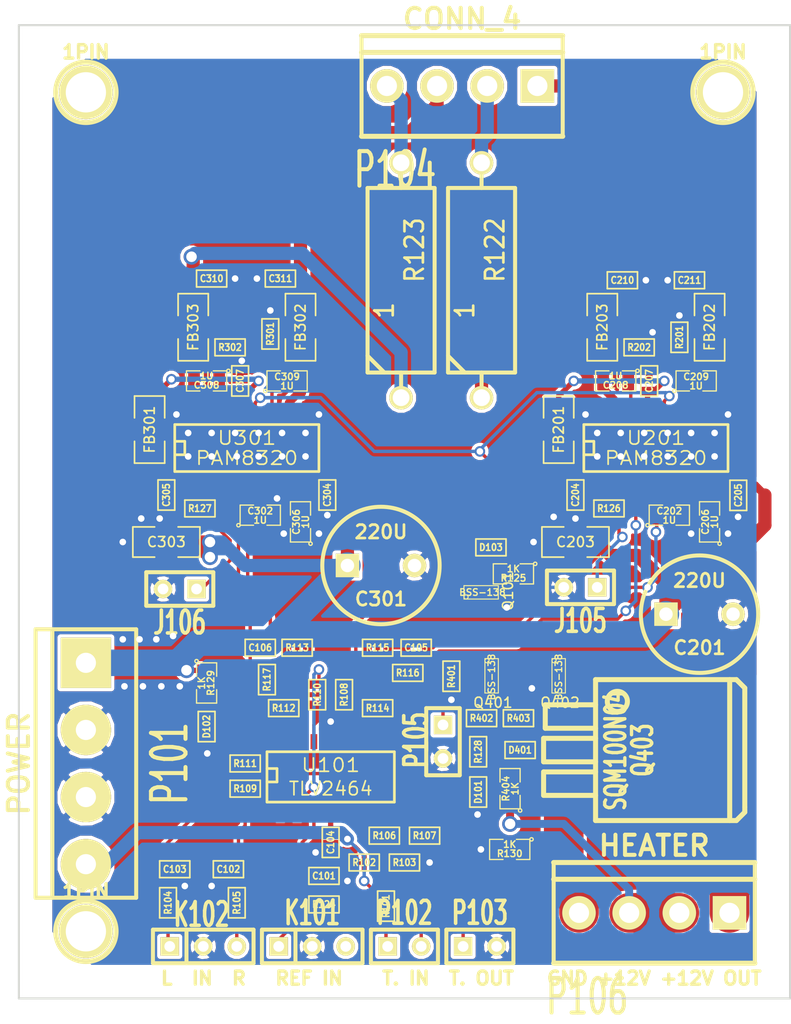
<source format=kicad_pcb>
(kicad_pcb (version 3) (host pcbnew "(22-Jun-2014 BZR 4027)-stable")
  (layers (15 F.Cu signal) (0 B.Cu signal) (18 B.Paste user hide) (19 F.Paste user hide) (20 B.SilkS user hide) (21 F.SilkS user) (22 B.Mask user hide) (23 F.Mask user hide) (28 Edge.Cuts user))
  (net 0 "")
  (net 1 +12V)
  (net 2 +5V)
  (net 3 "/Driver 1/MUTE")
  (net 4 "/Driver 1/OUTN")
  (net 5 "/Driver 1/OUTN_F")
  (net 6 "/Driver 1/OUTP")
  (net 7 "/Driver 1/OUTP_F")
  (net 8 "/Driver 1/SDN")
  (net 9 "/Driver 1/VCM")
  (net 10 "/Driver 1/VIN")
  (net 11 "/Driver 2/OUTN")
  (net 12 "/Driver 2/OUTN_F")
  (net 13 "/Driver 2/OUTP")
  (net 14 "/Driver 2/OUTP_F")
  (net 15 "/Driver 2/SDN")
  (net 16 "/Driver 2/VCM")
  (net 17 "/Driver 2/VIN")
  (net 18 "/Heater driver/HEATER_12V")
  (net 19 "/Heater driver/HEAT_IN")
  (net 20 "/Heater driver/HEAT_OUT")
  (net 21 GND)
  (net 22 GNDPWR)
  (net 23 N-0000010)
  (net 24 N-0000012)
  (net 25 N-0000013)
  (net 26 N-0000017)
  (net 27 N-0000020)
  (net 28 N-0000021)
  (net 29 N-0000022)
  (net 30 N-0000023)
  (net 31 N-0000024)
  (net 32 N-0000026)
  (net 33 N-0000032)
  (net 34 N-0000033)
  (net 35 N-0000034)
  (net 36 N-0000035)
  (net 37 N-0000037)
  (net 38 N-0000038)
  (net 39 N-0000040)
  (net 40 N-0000041)
  (net 41 N-0000042)
  (net 42 N-0000043)
  (net 43 N-0000045)
  (net 44 N-0000047)
  (net 45 N-0000048)
  (net 46 N-0000049)
  (net 47 N-000005)
  (net 48 N-0000051)
  (net 49 N-0000053)
  (net 50 N-0000054)
  (net 51 N-0000055)
  (net 52 N-0000056)
  (net 53 N-000007)
  (net 54 N-000008)
  (net 55 N-000009)
  (module SOT23 (layer F.Cu) (at 220.853 108.712 270)
    (fp_text reference Q402 (at 1.99898 -0.09906 360) (layer F.SilkS) (effects (font (size 0.762 0.762) (thickness 0.11938))))
    (fp_text value BSS-138 (at 0.0635 0 270) (layer F.SilkS) (effects (font (size 0.50038 0.50038) (thickness 0.09906))))
    (pad D smd rect (at 0 -1.09982 270) (size 0.8001 1.00076) (layers F.Cu F.Paste F.Mask) (net 50 N-0000054))
    (pad S smd rect (at 0.9525 1.09982 270) (size 0.8001 1.00076) (layers F.Cu F.Paste F.Mask) (net 21 GND))
    (pad G smd rect (at -0.9525 1.09982 270) (size 0.8001 1.00076) (layers F.Cu F.Paste F.Mask) (net 51 N-0000055))
  )
  (module SOT23 (layer F.Cu) (at 215.773 108.712 270)
    (fp_text reference Q401 (at 1.99898 -0.09906 360) (layer F.SilkS) (effects (font (size 0.762 0.762) (thickness 0.11938))))
    (fp_text value BSS-138 (at 0.0635 0 270) (layer F.SilkS) (effects (font (size 0.50038 0.50038) (thickness 0.09906))))
    (pad D smd rect (at 0 -1.09982 270) (size 0.8001 1.00076) (layers F.Cu F.Paste F.Mask) (net 51 N-0000055))
    (pad S smd rect (at 0.9525 1.09982 270) (size 0.8001 1.00076) (layers F.Cu F.Paste F.Mask) (net 21 GND))
    (pad G smd rect (at -0.9525 1.09982 270) (size 0.8001 1.00076) (layers F.Cu F.Paste F.Mask) (net 19 "/Heater driver/HEAT_IN"))
  )
  (module SOT23 (layer F.Cu) (at 215.011 102.362)
    (fp_text reference Q101 (at 1.99898 -0.09906 90) (layer F.SilkS) (effects (font (size 0.762 0.762) (thickness 0.11938))))
    (fp_text value BSS-138 (at 0.0635 0) (layer F.SilkS) (effects (font (size 0.50038 0.50038) (thickness 0.09906))))
    (pad D smd rect (at 0 -1.09982) (size 0.8001 1.00076) (layers F.Cu F.Paste F.Mask) (net 3 "/Driver 1/MUTE"))
    (pad S smd rect (at 0.9525 1.09982) (size 0.8001 1.00076) (layers F.Cu F.Paste F.Mask) (net 21 GND))
    (pad G smd rect (at -0.9525 1.09982) (size 0.8001 1.00076) (layers F.Cu F.Paste F.Mask) (net 28 N-0000021))
  )
  (module TO263 (layer F.Cu) (at 221.234 114.3 270)
    (fp_text reference Q403 (at 0 -5.969 270) (layer F.SilkS) (effects (font (size 1.524 1.016) (thickness 0.254))))
    (fp_text value SQM100N04 (at 0 -3.937 270) (layer F.SilkS) (effects (font (size 1.524 1.016) (thickness 0.254))))
    (pad 1 smd rect (at -2.54 0 270) (size 1.143 2.286) (layers F.Cu F.Paste F.Mask) (net 50 N-0000054))
    (pad 2 smd rect (at 0 -9.779 270) (size 10.80008 9) (layers F.Cu F.Paste F.Mask) (net 20 "/Heater driver/HEAT_OUT"))
    (pad 3 smd rect (at 2.54 0 270) (size 1.143 2.286) (layers F.Cu F.Paste F.Mask) (net 22 GNDPWR))
    (pad 2 smd rect (at 0 0 270) (size 1.143 2.286) (layers F.Cu F.Paste F.Mask) (net 20 "/Heater driver/HEAT_OUT"))
  )
  (module SO16E (layer F.Cu) (at 197.231 91.44)
    (fp_text reference U301 (at 0 -0.762) (layer F.SilkS) (effects (font (size 1.016 1.143) (thickness 0.127))))
    (fp_text value PAM8320 (at 0 0.762) (layer F.SilkS) (effects (font (size 1.016 1.143) (thickness 0.127))))
    (pad 1 smd rect (at -4.445 2.54) (size 0.508 1.143) (layers F.Cu F.Paste F.Mask) (net 1 +12V))
    (pad 2 smd rect (at -3.175 2.54) (size 0.508 1.143) (layers F.Cu F.Paste F.Mask) (net 15 "/Driver 2/SDN"))
    (pad 3 smd rect (at -1.905 2.54) (size 0.508 1.143) (layers F.Cu F.Paste F.Mask) (net 17 "/Driver 2/VIN"))
    (pad 4 smd rect (at -0.635 2.54) (size 0.508 1.143) (layers F.Cu F.Paste F.Mask) (net 16 "/Driver 2/VCM"))
    (pad 5 smd rect (at 0.635 2.54) (size 0.508 1.143) (layers F.Cu F.Paste F.Mask) (net 21 GND))
    (pad 6 smd rect (at 1.905 2.54) (size 0.508 1.143) (layers F.Cu F.Paste F.Mask) (net 21 GND))
    (pad 7 smd rect (at 3.175 2.54) (size 0.508 1.143) (layers F.Cu F.Paste F.Mask) (net 45 N-0000048))
    (pad 8 smd rect (at 4.445 2.54) (size 0.508 1.143) (layers F.Cu F.Paste F.Mask) (net 1 +12V))
    (pad 9 smd rect (at 4.445 -2.54) (size 0.508 1.143) (layers F.Cu F.Paste F.Mask) (net 21 GND))
    (pad 10 smd rect (at 3.175 -2.54) (size 0.508 1.143) (layers F.Cu F.Paste F.Mask) (net 14 "/Driver 2/OUTP_F"))
    (pad 11 smd rect (at 1.905 -2.54) (size 0.508 1.143) (layers F.Cu F.Paste F.Mask) (net 48 N-0000051))
    (pad 12 smd rect (at 0.635 -2.54) (size 0.508 1.143) (layers F.Cu F.Paste F.Mask) (net 3 "/Driver 1/MUTE"))
    (pad 13 smd rect (at -0.635 -2.54) (size 0.508 1.143) (layers F.Cu F.Paste F.Mask) (net 46 N-0000049))
    (pad 14 smd rect (at -1.905 -2.54) (size 0.508 1.143) (layers F.Cu F.Paste F.Mask) (net 49 N-0000053))
    (pad 15 smd rect (at -3.175 -2.54) (size 0.508 1.143) (layers F.Cu F.Paste F.Mask) (net 12 "/Driver 2/OUTN_F"))
    (pad 16 smd rect (at -4.445 -2.54) (size 0.508 1.143) (layers F.Cu F.Paste F.Mask) (net 21 GND))
  )
  (module SO16E (layer F.Cu) (at 228.219 91.44)
    (fp_text reference U201 (at 0 -0.762) (layer F.SilkS) (effects (font (size 1.016 1.143) (thickness 0.127))))
    (fp_text value PAM8320 (at 0 0.762) (layer F.SilkS) (effects (font (size 1.016 1.143) (thickness 0.127))))
    (pad 1 smd rect (at -4.445 2.54) (size 0.508 1.143) (layers F.Cu F.Paste F.Mask) (net 1 +12V))
    (pad 2 smd rect (at -3.175 2.54) (size 0.508 1.143) (layers F.Cu F.Paste F.Mask) (net 8 "/Driver 1/SDN"))
    (pad 3 smd rect (at -1.905 2.54) (size 0.508 1.143) (layers F.Cu F.Paste F.Mask) (net 10 "/Driver 1/VIN"))
    (pad 4 smd rect (at -0.635 2.54) (size 0.508 1.143) (layers F.Cu F.Paste F.Mask) (net 9 "/Driver 1/VCM"))
    (pad 5 smd rect (at 0.635 2.54) (size 0.508 1.143) (layers F.Cu F.Paste F.Mask) (net 21 GND))
    (pad 6 smd rect (at 1.905 2.54) (size 0.508 1.143) (layers F.Cu F.Paste F.Mask) (net 21 GND))
    (pad 7 smd rect (at 3.175 2.54) (size 0.508 1.143) (layers F.Cu F.Paste F.Mask) (net 41 N-0000042))
    (pad 8 smd rect (at 4.445 2.54) (size 0.508 1.143) (layers F.Cu F.Paste F.Mask) (net 1 +12V))
    (pad 9 smd rect (at 4.445 -2.54) (size 0.508 1.143) (layers F.Cu F.Paste F.Mask) (net 21 GND))
    (pad 10 smd rect (at 3.175 -2.54) (size 0.508 1.143) (layers F.Cu F.Paste F.Mask) (net 7 "/Driver 1/OUTP_F"))
    (pad 11 smd rect (at 1.905 -2.54) (size 0.508 1.143) (layers F.Cu F.Paste F.Mask) (net 43 N-0000045))
    (pad 12 smd rect (at 0.635 -2.54) (size 0.508 1.143) (layers F.Cu F.Paste F.Mask) (net 3 "/Driver 1/MUTE"))
    (pad 13 smd rect (at -0.635 -2.54) (size 0.508 1.143) (layers F.Cu F.Paste F.Mask) (net 42 N-0000043))
    (pad 14 smd rect (at -1.905 -2.54) (size 0.508 1.143) (layers F.Cu F.Paste F.Mask) (net 44 N-0000047))
    (pad 15 smd rect (at -3.175 -2.54) (size 0.508 1.143) (layers F.Cu F.Paste F.Mask) (net 5 "/Driver 1/OUTN_F"))
    (pad 16 smd rect (at -4.445 -2.54) (size 0.508 1.143) (layers F.Cu F.Paste F.Mask) (net 21 GND))
  )
  (module SO14E (layer F.Cu) (at 203.581 116.205)
    (fp_text reference U101 (at 0 -0.762) (layer F.SilkS) (effects (font (size 1.016 1.143) (thickness 0.127))))
    (fp_text value TLV2464 (at 0 1.016) (layer F.SilkS) (effects (font (size 1.016 1.016) (thickness 0.127))))
    (pad 1 smd rect (at -3.81 2.794) (size 0.508 1.143) (layers F.Cu F.Paste F.Mask) (net 28 N-0000021))
    (pad 2 smd rect (at -2.54 2.794) (size 0.508 1.143) (layers F.Cu F.Paste F.Mask) (net 28 N-0000021))
    (pad 3 smd rect (at -1.27 2.794) (size 0.508 1.143) (layers F.Cu F.Paste F.Mask) (net 37 N-0000037))
    (pad 4 smd rect (at 0 2.794) (size 0.508 1.143) (layers F.Cu F.Paste F.Mask) (net 2 +5V))
    (pad 5 smd rect (at 1.27 2.794) (size 0.508 1.143) (layers F.Cu F.Paste F.Mask) (net 47 N-000005))
    (pad 6 smd rect (at 2.54 2.794) (size 0.508 1.143) (layers F.Cu F.Paste F.Mask) (net 55 N-000009))
    (pad 7 smd rect (at 3.81 2.794) (size 0.508 1.143) (layers F.Cu F.Paste F.Mask) (net 54 N-000008))
    (pad 8 smd rect (at 3.81 -2.54) (size 0.508 1.143) (layers F.Cu F.Paste F.Mask) (net 27 N-0000020))
    (pad 9 smd rect (at 2.54 -2.54) (size 0.508 1.143) (layers F.Cu F.Paste F.Mask) (net 29 N-0000022))
    (pad 10 smd rect (at 1.27 -2.54) (size 0.508 1.143) (layers F.Cu F.Paste F.Mask) (net 31 N-0000024))
    (pad 11 smd rect (at 0 -2.54) (size 0.508 1.143) (layers F.Cu F.Paste F.Mask) (net 21 GND))
    (pad 12 smd rect (at -1.27 -2.54) (size 0.508 1.143) (layers F.Cu F.Paste F.Mask) (net 39 N-0000040))
    (pad 13 smd rect (at -2.54 -2.54) (size 0.508 1.143) (layers F.Cu F.Paste F.Mask) (net 40 N-0000041))
    (pad 14 smd rect (at -3.81 -2.54) (size 0.508 1.143) (layers F.Cu F.Paste F.Mask) (net 38 N-0000038))
  )
  (module SM1206 (layer F.Cu) (at 191.135 98.552 180)
    (fp_text reference C303 (at 0 0 180) (layer F.SilkS) (effects (font (size 0.762 0.762) (thickness 0.127))))
    (fp_text value 10U hide)
    (pad 1 smd rect (at -1.651 0 180) (size 1.524 2.032) (layers F.Cu F.Paste F.Mask) (net 1 +12V))
    (pad 2 smd rect (at 1.651 0 180) (size 1.524 2.032) (layers F.Cu F.Paste F.Mask) (net 21 GND))
  )
  (module SM1206 (layer F.Cu) (at 222.123 98.552 180)
    (fp_text reference C203 (at 0 0 180) (layer F.SilkS) (effects (font (size 0.762 0.762) (thickness 0.127))))
    (fp_text value 10U hide)
    (pad 1 smd rect (at -1.651 0 180) (size 1.524 2.032) (layers F.Cu F.Paste F.Mask) (net 1 +12V))
    (pad 2 smd rect (at 1.651 0 180) (size 1.524 2.032) (layers F.Cu F.Paste F.Mask) (net 21 GND))
  )
  (module SM0805 (layer F.Cu) (at 229.235 96.52)
    (fp_text reference C202 (at 0 -0.3175) (layer F.SilkS) (effects (font (size 0.50038 0.50038) (thickness 0.10922))))
    (fp_text value 1U (at 0 0.381) (layer F.SilkS) (effects (font (size 0.50038 0.50038) (thickness 0.10922))))
    (pad 1 smd rect (at -0.9525 0) (size 0.889 1.397) (layers F.Cu F.Paste F.Mask) (net 9 "/Driver 1/VCM"))
    (pad 2 smd rect (at 0.9525 0) (size 0.889 1.397) (layers F.Cu F.Paste F.Mask) (net 21 GND))
  )
  (module SM0805 (layer F.Cu) (at 194.183 86.36 180)
    (fp_text reference C308 (at 0 -0.3175 180) (layer F.SilkS) (effects (font (size 0.50038 0.50038) (thickness 0.10922))))
    (fp_text value 1U (at 0 0.381 180) (layer F.SilkS) (effects (font (size 0.50038 0.50038) (thickness 0.10922))))
    (pad 1 smd rect (at -0.9525 0 180) (size 0.889 1.397) (layers F.Cu F.Paste F.Mask) (net 49 N-0000053))
    (pad 2 smd rect (at 0.9525 0 180) (size 0.889 1.397) (layers F.Cu F.Paste F.Mask) (net 12 "/Driver 2/OUTN_F"))
  )
  (module SM0805 (layer F.Cu) (at 200.279 86.36)
    (fp_text reference C309 (at 0 -0.3175) (layer F.SilkS) (effects (font (size 0.50038 0.50038) (thickness 0.10922))))
    (fp_text value 1U (at 0 0.381) (layer F.SilkS) (effects (font (size 0.50038 0.50038) (thickness 0.10922))))
    (pad 1 smd rect (at -0.9525 0) (size 0.889 1.397) (layers F.Cu F.Paste F.Mask) (net 48 N-0000051))
    (pad 2 smd rect (at 0.9525 0) (size 0.889 1.397) (layers F.Cu F.Paste F.Mask) (net 14 "/Driver 2/OUTP_F"))
  )
  (module SM0805 (layer F.Cu) (at 201.295 97.028 90)
    (fp_text reference C306 (at 0 -0.3175 90) (layer F.SilkS) (effects (font (size 0.50038 0.50038) (thickness 0.10922))))
    (fp_text value 1U (at 0 0.381 90) (layer F.SilkS) (effects (font (size 0.50038 0.50038) (thickness 0.10922))))
    (pad 1 smd rect (at -0.9525 0 90) (size 0.889 1.397) (layers F.Cu F.Paste F.Mask) (net 21 GND))
    (pad 2 smd rect (at 0.9525 0 90) (size 0.889 1.397) (layers F.Cu F.Paste F.Mask) (net 45 N-0000048))
  )
  (module SM0805 (layer F.Cu) (at 232.283 97.028 90)
    (fp_text reference C206 (at 0 -0.3175 90) (layer F.SilkS) (effects (font (size 0.50038 0.50038) (thickness 0.10922))))
    (fp_text value 1U (at 0 0.381 90) (layer F.SilkS) (effects (font (size 0.50038 0.50038) (thickness 0.10922))))
    (pad 1 smd rect (at -0.9525 0 90) (size 0.889 1.397) (layers F.Cu F.Paste F.Mask) (net 21 GND))
    (pad 2 smd rect (at 0.9525 0 90) (size 0.889 1.397) (layers F.Cu F.Paste F.Mask) (net 41 N-0000042))
  )
  (module SM0805 (layer F.Cu) (at 231.267 86.36)
    (fp_text reference C209 (at 0 -0.3175) (layer F.SilkS) (effects (font (size 0.50038 0.50038) (thickness 0.10922))))
    (fp_text value 1U (at 0 0.381) (layer F.SilkS) (effects (font (size 0.50038 0.50038) (thickness 0.10922))))
    (pad 1 smd rect (at -0.9525 0) (size 0.889 1.397) (layers F.Cu F.Paste F.Mask) (net 43 N-0000045))
    (pad 2 smd rect (at 0.9525 0) (size 0.889 1.397) (layers F.Cu F.Paste F.Mask) (net 7 "/Driver 1/OUTP_F"))
  )
  (module SM0805 (layer F.Cu) (at 225.171 86.36 180)
    (fp_text reference C208 (at 0 -0.3175 180) (layer F.SilkS) (effects (font (size 0.50038 0.50038) (thickness 0.10922))))
    (fp_text value 1U (at 0 0.381 180) (layer F.SilkS) (effects (font (size 0.50038 0.50038) (thickness 0.10922))))
    (pad 1 smd rect (at -0.9525 0 180) (size 0.889 1.397) (layers F.Cu F.Paste F.Mask) (net 44 N-0000047))
    (pad 2 smd rect (at 0.9525 0 180) (size 0.889 1.397) (layers F.Cu F.Paste F.Mask) (net 5 "/Driver 1/OUTN_F"))
  )
  (module SM0805 (layer F.Cu) (at 198.247 96.52)
    (fp_text reference C302 (at 0 -0.3175) (layer F.SilkS) (effects (font (size 0.50038 0.50038) (thickness 0.10922))))
    (fp_text value 1U (at 0 0.381) (layer F.SilkS) (effects (font (size 0.50038 0.50038) (thickness 0.10922))))
    (pad 1 smd rect (at -0.9525 0) (size 0.889 1.397) (layers F.Cu F.Paste F.Mask) (net 16 "/Driver 2/VCM"))
    (pad 2 smd rect (at 0.9525 0) (size 0.889 1.397) (layers F.Cu F.Paste F.Mask) (net 21 GND))
  )
  (module SM0603 (layer F.Cu) (at 230.759 78.74 180)
    (fp_text reference C211 (at 0 0 180) (layer F.SilkS) (effects (font (size 0.508 0.4572) (thickness 0.1143))))
    (fp_text value 220P hide)
    (pad 1 smd rect (at -0.762 0 180) (size 0.635 1.143) (layers F.Cu F.Paste F.Mask) (net 6 "/Driver 1/OUTP"))
    (pad 2 smd rect (at 0.762 0 180) (size 0.635 1.143) (layers F.Cu F.Paste F.Mask) (net 21 GND))
  )
  (module SM0603 (layer F.Cu) (at 203.073 125.984)
    (fp_text reference R124 (at 0 0) (layer F.SilkS) (effects (font (size 0.508 0.4572) (thickness 0.1143))))
    (fp_text value 1M hide)
    (pad 1 smd rect (at -0.762 0) (size 0.635 1.143) (layers F.Cu F.Paste F.Mask) (net 37 N-0000037))
    (pad 2 smd rect (at 0.762 0) (size 0.635 1.143) (layers F.Cu F.Paste F.Mask) (net 21 GND))
  )
  (module SM0603 (layer F.Cu) (at 193.675 96.012)
    (fp_text reference R127 (at 0 0) (layer F.SilkS) (effects (font (size 0.508 0.4572) (thickness 0.1143))))
    (fp_text value 22K hide)
    (pad 1 smd rect (at -0.762 0) (size 0.635 1.143) (layers F.Cu F.Paste F.Mask) (net 1 +12V))
    (pad 2 smd rect (at 0.762 0) (size 0.635 1.143) (layers F.Cu F.Paste F.Mask) (net 15 "/Driver 2/SDN"))
  )
  (module SM0603 (layer F.Cu) (at 209.423 108.458)
    (fp_text reference R116 (at 0 0) (layer F.SilkS) (effects (font (size 0.508 0.4572) (thickness 0.1143))))
    (fp_text value 1K hide)
    (pad 1 smd rect (at -0.762 0) (size 0.635 1.143) (layers F.Cu F.Paste F.Mask) (net 27 N-0000020))
    (pad 2 smd rect (at 0.762 0) (size 0.635 1.143) (layers F.Cu F.Paste F.Mask) (net 10 "/Driver 1/VIN"))
  )
  (module SM0603 (layer F.Cu) (at 225.679 78.74)
    (fp_text reference C210 (at 0 0) (layer F.SilkS) (effects (font (size 0.508 0.4572) (thickness 0.1143))))
    (fp_text value 220P hide)
    (pad 1 smd rect (at -0.762 0) (size 0.635 1.143) (layers F.Cu F.Paste F.Mask) (net 4 "/Driver 1/OUTN"))
    (pad 2 smd rect (at 0.762 0) (size 0.635 1.143) (layers F.Cu F.Paste F.Mask) (net 21 GND))
  )
  (module SM0603 (layer F.Cu) (at 234.459 95.02 270)
    (fp_text reference C205 (at 0 0 270) (layer F.SilkS) (effects (font (size 0.508 0.4572) (thickness 0.1143))))
    (fp_text value 100N hide)
    (pad 1 smd rect (at -0.762 0 270) (size 0.635 1.143) (layers F.Cu F.Paste F.Mask) (net 1 +12V))
    (pad 2 smd rect (at 0.762 0 270) (size 0.635 1.143) (layers F.Cu F.Paste F.Mask) (net 21 GND))
  )
  (module SM0603 (layer F.Cu) (at 224.663 96.012)
    (fp_text reference R126 (at 0 0) (layer F.SilkS) (effects (font (size 0.508 0.4572) (thickness 0.1143))))
    (fp_text value 22K hide)
    (pad 1 smd rect (at -0.762 0) (size 0.635 1.143) (layers F.Cu F.Paste F.Mask) (net 1 +12V))
    (pad 2 smd rect (at 0.762 0) (size 0.635 1.143) (layers F.Cu F.Paste F.Mask) (net 8 "/Driver 1/SDN"))
  )
  (module SM0603 (layer F.Cu) (at 222.123 94.996 270)
    (fp_text reference C204 (at 0 0 270) (layer F.SilkS) (effects (font (size 0.508 0.4572) (thickness 0.1143))))
    (fp_text value 100N hide)
    (pad 1 smd rect (at -0.762 0 270) (size 0.635 1.143) (layers F.Cu F.Paste F.Mask) (net 1 +12V))
    (pad 2 smd rect (at 0.762 0 270) (size 0.635 1.143) (layers F.Cu F.Paste F.Mask) (net 21 GND))
  )
  (module SM0603 (layer F.Cu) (at 226.949 83.82)
    (fp_text reference R202 (at 0 0) (layer F.SilkS) (effects (font (size 0.508 0.4572) (thickness 0.1143))))
    (fp_text value 4K7 hide)
    (pad 1 smd rect (at -0.762 0) (size 0.635 1.143) (layers F.Cu F.Paste F.Mask) (net 5 "/Driver 1/OUTN_F"))
    (pad 2 smd rect (at 0.762 0) (size 0.635 1.143) (layers F.Cu F.Paste F.Mask) (net 21 GND))
  )
  (module SM0603 (layer F.Cu) (at 229.997 83.058 90)
    (fp_text reference R201 (at 0 0 90) (layer F.SilkS) (effects (font (size 0.508 0.4572) (thickness 0.1143))))
    (fp_text value 4K7 hide)
    (pad 1 smd rect (at -0.762 0 90) (size 0.635 1.143) (layers F.Cu F.Paste F.Mask) (net 7 "/Driver 1/OUTP_F"))
    (pad 2 smd rect (at 0.762 0 90) (size 0.635 1.143) (layers F.Cu F.Paste F.Mask) (net 21 GND))
  )
  (module SM0603 (layer F.Cu) (at 227.711 86.36 90)
    (fp_text reference C207 (at 0 0 90) (layer F.SilkS) (effects (font (size 0.508 0.4572) (thickness 0.1143))))
    (fp_text value 100N hide)
    (pad 1 smd rect (at -0.762 0 90) (size 0.635 1.143) (layers F.Cu F.Paste F.Mask) (net 42 N-0000043))
    (pad 2 smd rect (at 0.762 0 90) (size 0.635 1.143) (layers F.Cu F.Paste F.Mask) (net 21 GND))
  )
  (module SM0603 (layer F.Cu) (at 199.771 78.613 180)
    (fp_text reference C311 (at 0 0 180) (layer F.SilkS) (effects (font (size 0.508 0.4572) (thickness 0.1143))))
    (fp_text value 220P hide)
    (pad 1 smd rect (at -0.762 0 180) (size 0.635 1.143) (layers F.Cu F.Paste F.Mask) (net 13 "/Driver 2/OUTP"))
    (pad 2 smd rect (at 0.762 0 180) (size 0.635 1.143) (layers F.Cu F.Paste F.Mask) (net 21 GND))
  )
  (module SM0603 (layer F.Cu) (at 194.564 78.613)
    (fp_text reference C310 (at 0 0) (layer F.SilkS) (effects (font (size 0.508 0.4572) (thickness 0.1143))))
    (fp_text value 220P hide)
    (pad 1 smd rect (at -0.762 0) (size 0.635 1.143) (layers F.Cu F.Paste F.Mask) (net 11 "/Driver 2/OUTN"))
    (pad 2 smd rect (at 0.762 0) (size 0.635 1.143) (layers F.Cu F.Paste F.Mask) (net 21 GND))
  )
  (module SM0603 (layer F.Cu) (at 191.135 94.996 270)
    (fp_text reference C305 (at 0 0 270) (layer F.SilkS) (effects (font (size 0.508 0.4572) (thickness 0.1143))))
    (fp_text value 100N hide)
    (pad 1 smd rect (at -0.762 0 270) (size 0.635 1.143) (layers F.Cu F.Paste F.Mask) (net 1 +12V))
    (pad 2 smd rect (at 0.762 0 270) (size 0.635 1.143) (layers F.Cu F.Paste F.Mask) (net 21 GND))
  )
  (module SM0603 (layer F.Cu) (at 203.327 94.996 270)
    (fp_text reference C304 (at 0 0 270) (layer F.SilkS) (effects (font (size 0.508 0.4572) (thickness 0.1143))))
    (fp_text value 100N hide)
    (pad 1 smd rect (at -0.762 0 270) (size 0.635 1.143) (layers F.Cu F.Paste F.Mask) (net 1 +12V))
    (pad 2 smd rect (at 0.762 0 270) (size 0.635 1.143) (layers F.Cu F.Paste F.Mask) (net 21 GND))
  )
  (module SM0603 (layer F.Cu) (at 195.961 83.82)
    (fp_text reference R302 (at 0 0) (layer F.SilkS) (effects (font (size 0.508 0.4572) (thickness 0.1143))))
    (fp_text value 4K7 hide)
    (pad 1 smd rect (at -0.762 0) (size 0.635 1.143) (layers F.Cu F.Paste F.Mask) (net 12 "/Driver 2/OUTN_F"))
    (pad 2 smd rect (at 0.762 0) (size 0.635 1.143) (layers F.Cu F.Paste F.Mask) (net 21 GND))
  )
  (module SM0603 (layer F.Cu) (at 199.009 82.804 90)
    (fp_text reference R301 (at 0 0 90) (layer F.SilkS) (effects (font (size 0.508 0.4572) (thickness 0.1143))))
    (fp_text value 4K7 hide)
    (pad 1 smd rect (at -0.762 0 90) (size 0.635 1.143) (layers F.Cu F.Paste F.Mask) (net 14 "/Driver 2/OUTP_F"))
    (pad 2 smd rect (at 0.762 0 90) (size 0.635 1.143) (layers F.Cu F.Paste F.Mask) (net 21 GND))
  )
  (module SM0603 (layer F.Cu) (at 196.723 86.36 90)
    (fp_text reference C307 (at 0 0 90) (layer F.SilkS) (effects (font (size 0.508 0.4572) (thickness 0.1143))))
    (fp_text value 100N hide)
    (pad 1 smd rect (at -0.762 0 90) (size 0.635 1.143) (layers F.Cu F.Paste F.Mask) (net 46 N-0000049))
    (pad 2 smd rect (at 0.762 0 90) (size 0.635 1.143) (layers F.Cu F.Paste F.Mask) (net 21 GND))
  )
  (module SM0603 (layer F.Cu) (at 200.025 111.125 180)
    (fp_text reference R112 (at 0 0 180) (layer F.SilkS) (effects (font (size 0.508 0.4572) (thickness 0.1143))))
    (fp_text value 100K hide)
    (pad 1 smd rect (at -0.762 0 180) (size 0.635 1.143) (layers F.Cu F.Paste F.Mask) (net 40 N-0000041))
    (pad 2 smd rect (at 0.762 0 180) (size 0.635 1.143) (layers F.Cu F.Paste F.Mask) (net 38 N-0000038))
  )
  (module SM0603 (layer F.Cu) (at 210.058 106.553 180)
    (fp_text reference C105 (at 0 0 180) (layer F.SilkS) (effects (font (size 0.508 0.4572) (thickness 0.1143))))
    (fp_text value 22N hide)
    (pad 1 smd rect (at -0.762 0 180) (size 0.635 1.143) (layers F.Cu F.Paste F.Mask) (net 10 "/Driver 1/VIN"))
    (pad 2 smd rect (at 0.762 0 180) (size 0.635 1.143) (layers F.Cu F.Paste F.Mask) (net 9 "/Driver 1/VCM"))
  )
  (module SM0603 (layer F.Cu) (at 207.137 111.125)
    (fp_text reference R114 (at 0 0) (layer F.SilkS) (effects (font (size 0.508 0.4572) (thickness 0.1143))))
    (fp_text value 100K hide)
    (pad 1 smd rect (at -0.762 0) (size 0.635 1.143) (layers F.Cu F.Paste F.Mask) (net 29 N-0000022))
    (pad 2 smd rect (at 0.762 0) (size 0.635 1.143) (layers F.Cu F.Paste F.Mask) (net 27 N-0000020))
  )
  (module SM0603 (layer F.Cu) (at 207.137 106.553)
    (fp_text reference R115 (at 0 0) (layer F.SilkS) (effects (font (size 0.508 0.4572) (thickness 0.1143))))
    (fp_text value 100K hide)
    (pad 1 smd rect (at -0.762 0) (size 0.635 1.143) (layers F.Cu F.Paste F.Mask) (net 31 N-0000024))
    (pad 2 smd rect (at 0.762 0) (size 0.635 1.143) (layers F.Cu F.Paste F.Mask) (net 9 "/Driver 1/VCM"))
  )
  (module SM0603 (layer F.Cu) (at 204.597 110.109 270)
    (fp_text reference R108 (at 0 0 270) (layer F.SilkS) (effects (font (size 0.508 0.4572) (thickness 0.1143))))
    (fp_text value 22K hide)
    (pad 1 smd rect (at -0.762 0 270) (size 0.635 1.143) (layers F.Cu F.Paste F.Mask) (net 28 N-0000021))
    (pad 2 smd rect (at 0.762 0 270) (size 0.635 1.143) (layers F.Cu F.Paste F.Mask) (net 31 N-0000024))
  )
  (module SM0603 (layer F.Cu) (at 197.104 117.221)
    (fp_text reference R109 (at 0 0) (layer F.SilkS) (effects (font (size 0.508 0.4572) (thickness 0.1143))))
    (fp_text value 22K hide)
    (pad 1 smd rect (at -0.762 0) (size 0.635 1.143) (layers F.Cu F.Paste F.Mask) (net 30 N-0000023))
    (pad 2 smd rect (at 0.762 0) (size 0.635 1.143) (layers F.Cu F.Paste F.Mask) (net 29 N-0000022))
  )
  (module SM0603 (layer F.Cu) (at 203.581 121.285 270)
    (fp_text reference C104 (at 0 0 270) (layer F.SilkS) (effects (font (size 0.508 0.4572) (thickness 0.1143))))
    (fp_text value 100N hide)
    (pad 1 smd rect (at -0.762 0 270) (size 0.635 1.143) (layers F.Cu F.Paste F.Mask) (net 2 +5V))
    (pad 2 smd rect (at 0.762 0 270) (size 0.635 1.143) (layers F.Cu F.Paste F.Mask) (net 21 GND))
  )
  (module SM0603 (layer F.Cu) (at 198.755 108.966 90)
    (fp_text reference R117 (at 0 0 90) (layer F.SilkS) (effects (font (size 0.508 0.4572) (thickness 0.1143))))
    (fp_text value 1K hide)
    (pad 1 smd rect (at -0.762 0 90) (size 0.635 1.143) (layers F.Cu F.Paste F.Mask) (net 38 N-0000038))
    (pad 2 smd rect (at 0.762 0 90) (size 0.635 1.143) (layers F.Cu F.Paste F.Mask) (net 17 "/Driver 2/VIN"))
  )
  (module SM0603 (layer F.Cu) (at 201.041 106.553 180)
    (fp_text reference R113 (at 0 0 180) (layer F.SilkS) (effects (font (size 0.508 0.4572) (thickness 0.1143))))
    (fp_text value 100K hide)
    (pad 1 smd rect (at -0.762 0 180) (size 0.635 1.143) (layers F.Cu F.Paste F.Mask) (net 39 N-0000040))
    (pad 2 smd rect (at 0.762 0 180) (size 0.635 1.143) (layers F.Cu F.Paste F.Mask) (net 16 "/Driver 2/VCM"))
  )
  (module SM0603 (layer F.Cu) (at 198.247 106.553)
    (fp_text reference C106 (at 0 0) (layer F.SilkS) (effects (font (size 0.508 0.4572) (thickness 0.1143))))
    (fp_text value 22N hide)
    (pad 1 smd rect (at -0.762 0) (size 0.635 1.143) (layers F.Cu F.Paste F.Mask) (net 17 "/Driver 2/VIN"))
    (pad 2 smd rect (at 0.762 0) (size 0.635 1.143) (layers F.Cu F.Paste F.Mask) (net 16 "/Driver 2/VCM"))
  )
  (module SM0603 (layer F.Cu) (at 202.565 110.109 270)
    (fp_text reference R110 (at 0 0 270) (layer F.SilkS) (effects (font (size 0.508 0.4572) (thickness 0.1143))))
    (fp_text value 22K hide)
    (pad 1 smd rect (at -0.762 0 270) (size 0.635 1.143) (layers F.Cu F.Paste F.Mask) (net 28 N-0000021))
    (pad 2 smd rect (at 0.762 0 270) (size 0.635 1.143) (layers F.Cu F.Paste F.Mask) (net 39 N-0000040))
  )
  (module SM0603 (layer F.Cu) (at 197.104 115.316)
    (fp_text reference R111 (at 0 0) (layer F.SilkS) (effects (font (size 0.508 0.4572) (thickness 0.1143))))
    (fp_text value 22K hide)
    (pad 1 smd rect (at -0.762 0) (size 0.635 1.143) (layers F.Cu F.Paste F.Mask) (net 35 N-0000034))
    (pad 2 smd rect (at 0.762 0) (size 0.635 1.143) (layers F.Cu F.Paste F.Mask) (net 40 N-0000041))
  )
  (module SM0603 (layer F.Cu) (at 203.073 123.825)
    (fp_text reference C101 (at 0 0) (layer F.SilkS) (effects (font (size 0.508 0.4572) (thickness 0.1143))))
    (fp_text value 100N hide)
    (pad 1 smd rect (at -0.762 0) (size 0.635 1.143) (layers F.Cu F.Paste F.Mask) (net 37 N-0000037))
    (pad 2 smd rect (at 0.762 0) (size 0.635 1.143) (layers F.Cu F.Paste F.Mask) (net 21 GND))
  )
  (module SM0603 (layer F.Cu) (at 191.262 125.857 90)
    (fp_text reference R104 (at 0 0 90) (layer F.SilkS) (effects (font (size 0.508 0.4572) (thickness 0.1143))))
    (fp_text value 2K2 hide)
    (pad 1 smd rect (at -0.762 0 90) (size 0.635 1.143) (layers F.Cu F.Paste F.Mask) (net 36 N-0000035))
    (pad 2 smd rect (at 0.762 0 90) (size 0.635 1.143) (layers F.Cu F.Paste F.Mask) (net 30 N-0000023))
  )
  (module SM0603 (layer F.Cu) (at 196.469 125.857 90)
    (fp_text reference R105 (at 0 0 90) (layer F.SilkS) (effects (font (size 0.508 0.4572) (thickness 0.1143))))
    (fp_text value 2K2 hide)
    (pad 1 smd rect (at -0.762 0 90) (size 0.635 1.143) (layers F.Cu F.Paste F.Mask) (net 34 N-0000033))
    (pad 2 smd rect (at 0.762 0 90) (size 0.635 1.143) (layers F.Cu F.Paste F.Mask) (net 35 N-0000034))
  )
  (module SM0603 (layer F.Cu) (at 195.834 123.317 180)
    (fp_text reference C102 (at 0 0 180) (layer F.SilkS) (effects (font (size 0.508 0.4572) (thickness 0.1143))))
    (fp_text value 10N hide)
    (pad 1 smd rect (at -0.762 0 180) (size 0.635 1.143) (layers F.Cu F.Paste F.Mask) (net 35 N-0000034))
    (pad 2 smd rect (at 0.762 0 180) (size 0.635 1.143) (layers F.Cu F.Paste F.Mask) (net 21 GND))
  )
  (module SM0603 (layer F.Cu) (at 207.772 126.111 270)
    (fp_text reference R101 (at 0 0 270) (layer F.SilkS) (effects (font (size 0.508 0.4572) (thickness 0.1143))))
    (fp_text value 1K hide)
    (pad 1 smd rect (at -0.762 0 270) (size 0.635 1.143) (layers F.Cu F.Paste F.Mask) (net 2 +5V))
    (pad 2 smd rect (at 0.762 0 270) (size 0.635 1.143) (layers F.Cu F.Paste F.Mask) (net 23 N-0000010))
  )
  (module SM0603 (layer F.Cu) (at 191.77 123.317)
    (fp_text reference C103 (at 0 0) (layer F.SilkS) (effects (font (size 0.508 0.4572) (thickness 0.1143))))
    (fp_text value 10N hide)
    (pad 1 smd rect (at -0.762 0) (size 0.635 1.143) (layers F.Cu F.Paste F.Mask) (net 30 N-0000023))
    (pad 2 smd rect (at 0.762 0) (size 0.635 1.143) (layers F.Cu F.Paste F.Mask) (net 21 GND))
  )
  (module SM0603 (layer F.Cu) (at 206.121 122.809 180)
    (fp_text reference R102 (at 0 0 180) (layer F.SilkS) (effects (font (size 0.508 0.4572) (thickness 0.1143))))
    (fp_text value 1K hide)
    (pad 1 smd rect (at -0.762 0 180) (size 0.635 1.143) (layers F.Cu F.Paste F.Mask) (net 47 N-000005))
    (pad 2 smd rect (at 0.762 0 180) (size 0.635 1.143) (layers F.Cu F.Paste F.Mask) (net 21 GND))
  )
  (module SM0603 (layer F.Cu) (at 209.169 122.809)
    (fp_text reference R103 (at 0 0) (layer F.SilkS) (effects (font (size 0.508 0.4572) (thickness 0.1143))))
    (fp_text value 1K2 hide)
    (pad 1 smd rect (at -0.762 0) (size 0.635 1.143) (layers F.Cu F.Paste F.Mask) (net 55 N-000009))
    (pad 2 smd rect (at 0.762 0) (size 0.635 1.143) (layers F.Cu F.Paste F.Mask) (net 21 GND))
  )
  (module SM0603 (layer F.Cu) (at 210.693 120.777)
    (fp_text reference R107 (at 0 0) (layer F.SilkS) (effects (font (size 0.508 0.4572) (thickness 0.1143))))
    (fp_text value 220 hide)
    (pad 1 smd rect (at -0.762 0) (size 0.635 1.143) (layers F.Cu F.Paste F.Mask) (net 54 N-000008))
    (pad 2 smd rect (at 0.762 0) (size 0.635 1.143) (layers F.Cu F.Paste F.Mask) (net 53 N-000007))
  )
  (module SM0603 (layer F.Cu) (at 207.645 120.777)
    (fp_text reference R106 (at 0 0) (layer F.SilkS) (effects (font (size 0.508 0.4572) (thickness 0.1143))))
    (fp_text value 1K hide)
    (pad 1 smd rect (at -0.762 0) (size 0.635 1.143) (layers F.Cu F.Paste F.Mask) (net 55 N-000009))
    (pad 2 smd rect (at 0.762 0) (size 0.635 1.143) (layers F.Cu F.Paste F.Mask) (net 54 N-000008))
  )
  (module SIL-3 (layer F.Cu) (at 193.929 129.159)
    (fp_text reference K102 (at -0.127 -2.413) (layer F.SilkS) (effects (font (size 1.7907 1.07696) (thickness 0.3048))))
    (fp_text value IN hide)
    (pad 1 thru_hole rect (at -2.54 0) (size 1.397 1.397) (drill 0.8128) (layers *.Cu *.Mask F.SilkS) (net 36 N-0000035))
    (pad 2 thru_hole circle (at 0 0) (size 1.397 1.397) (drill 0.8128) (layers *.Cu *.Mask F.SilkS) (net 21 GND))
    (pad 3 thru_hole circle (at 2.54 0) (size 1.397 1.397) (drill 0.8128) (layers *.Cu *.Mask F.SilkS) (net 34 N-0000033))
  )
  (module SIL-3 (layer F.Cu) (at 202.184 129.159)
    (fp_text reference K101 (at 0 -2.54) (layer F.SilkS) (effects (font (size 1.7907 1.07696) (thickness 0.3048))))
    (fp_text value CONN_3 hide)
    (pad 1 thru_hole rect (at -2.54 0) (size 1.397 1.397) (drill 0.8128) (layers *.Cu *.Mask F.SilkS) (net 37 N-0000037))
    (pad 2 thru_hole circle (at 0 0) (size 1.397 1.397) (drill 0.8128) (layers *.Cu *.Mask F.SilkS) (net 21 GND))
    (pad 3 thru_hole circle (at 2.54 0) (size 1.397 1.397) (drill 0.8128) (layers *.Cu *.Mask F.SilkS))
  )
  (module SIL-2 (layer F.Cu) (at 214.884 129.159)
    (fp_text reference P103 (at 0 -2.54) (layer F.SilkS) (effects (font (size 1.72974 1.08712) (thickness 0.3048))))
    (fp_text value TEMP_OUT hide)
    (pad 1 thru_hole rect (at -1.27 0) (size 1.397 1.397) (drill 0.8128) (layers *.Cu *.Mask F.SilkS) (net 53 N-000007))
    (pad 2 thru_hole circle (at 1.27 0) (size 1.397 1.397) (drill 0.8128) (layers *.Cu *.Mask F.SilkS) (net 21 GND))
  )
  (module SIL-2 (layer F.Cu) (at 192.151 102.108 180)
    (fp_text reference J106 (at 0 -2.54 180) (layer F.SilkS) (effects (font (size 1.72974 1.08712) (thickness 0.3048))))
    (fp_text value SDN2 hide)
    (pad 1 thru_hole rect (at -1.27 0 180) (size 1.397 1.397) (drill 0.8128) (layers *.Cu *.Mask F.SilkS) (net 15 "/Driver 2/SDN"))
    (pad 2 thru_hole circle (at 1.27 0 180) (size 1.397 1.397) (drill 0.8128) (layers *.Cu *.Mask F.SilkS) (net 21 GND))
  )
  (module SIL-2 (layer F.Cu) (at 209.169 129.159)
    (fp_text reference P102 (at 0 -2.54) (layer F.SilkS) (effects (font (size 1.72974 1.08712) (thickness 0.3048))))
    (fp_text value TEMP hide)
    (pad 1 thru_hole rect (at -1.27 0) (size 1.397 1.397) (drill 0.8128) (layers *.Cu *.Mask F.SilkS) (net 23 N-0000010))
    (pad 2 thru_hole circle (at 1.27 0) (size 1.397 1.397) (drill 0.8128) (layers *.Cu *.Mask F.SilkS) (net 47 N-000005))
  )
  (module SIL-2 (layer F.Cu) (at 222.504 101.981 180)
    (fp_text reference J105 (at 0 -2.54 180) (layer F.SilkS) (effects (font (size 1.72974 1.08712) (thickness 0.3048))))
    (fp_text value SDN1 hide)
    (pad 1 thru_hole rect (at -1.27 0 180) (size 1.397 1.397) (drill 0.8128) (layers *.Cu *.Mask F.SilkS) (net 8 "/Driver 1/SDN"))
    (pad 2 thru_hole circle (at 1.27 0 180) (size 1.397 1.397) (drill 0.8128) (layers *.Cu *.Mask F.SilkS) (net 21 GND))
  )
  (module R7 (layer F.Cu) (at 208.915 78.74 90)
    (fp_text reference R123 (at 2.286 1.016 90) (layer F.SilkS) (effects (font (size 1.397 1.27) (thickness 0.2032))))
    (fp_text value 1 (at -2.286 -1.27 90) (layer F.SilkS) (effects (font (size 1.397 1.27) (thickness 0.2032))))
    (pad 1 thru_hole circle (at -8.89 0 90) (size 1.778 1.778) (drill 1.27) (layers *.Cu *.Mask F.SilkS) (net 11 "/Driver 2/OUTN"))
    (pad 2 thru_hole circle (at 8.89 0 90) (size 1.778 1.778) (drill 1.27) (layers *.Cu *.Mask F.SilkS) (net 32 N-0000026))
  )
  (module R7 (layer F.Cu) (at 215.011 78.74 90)
    (fp_text reference R122 (at 2.286 1.016 90) (layer F.SilkS) (effects (font (size 1.397 1.27) (thickness 0.2032))))
    (fp_text value 1 (at -2.286 -1.27 90) (layer F.SilkS) (effects (font (size 1.397 1.27) (thickness 0.2032))))
    (pad 1 thru_hole circle (at -8.89 0 90) (size 1.778 1.778) (drill 1.27) (layers *.Cu *.Mask F.SilkS) (net 4 "/Driver 1/OUTN"))
    (pad 2 thru_hole circle (at 8.89 0 90) (size 1.778 1.778) (drill 1.27) (layers *.Cu *.Mask F.SilkS) (net 33 N-0000032))
  )
  (module C2V8 (layer F.Cu) (at 231.521 104.013)
    (fp_text reference C201 (at 0 2.54) (layer F.SilkS) (effects (font (size 1.016 1.016) (thickness 0.2032))))
    (fp_text value 220U (at 0 -2.54) (layer F.SilkS) (effects (font (size 1.016 1.016) (thickness 0.2032))))
    (pad 1 thru_hole rect (at -2.54 0) (size 1.778 1.778) (drill 1.016) (layers *.Cu *.Mask F.SilkS) (net 1 +12V))
    (pad 2 thru_hole circle (at 2.54 0) (size 1.778 1.778) (drill 1.016) (layers *.Cu *.Mask F.SilkS) (net 21 GND))
  )
  (module C2V8 (layer F.Cu) (at 207.391 100.33)
    (fp_text reference C301 (at 0 2.54) (layer F.SilkS) (effects (font (size 1.016 1.016) (thickness 0.2032))))
    (fp_text value 220U (at 0 -2.54) (layer F.SilkS) (effects (font (size 1.016 1.016) (thickness 0.2032))))
    (pad 1 thru_hole rect (at -2.54 0) (size 1.778 1.778) (drill 1.016) (layers *.Cu *.Mask F.SilkS) (net 1 +12V))
    (pad 2 thru_hole circle (at 2.54 0) (size 1.778 1.778) (drill 1.016) (layers *.Cu *.Mask F.SilkS) (net 21 GND))
  )
  (module bornier4 (layer F.Cu) (at 185.039 115.316 270)
    (fp_text reference P101 (at 0 -6.35 270) (layer F.SilkS) (effects (font (size 2.6162 1.59766) (thickness 0.3048))))
    (fp_text value POWER (at 0 5.08 270) (layer F.SilkS) (effects (font (size 1.524 1.524) (thickness 0.3048))))
    (pad 2 thru_hole circle (at -2.54 0 270) (size 3.81 3.81) (drill 1.524) (layers *.Cu *.Mask F.SilkS) (net 21 GND))
    (pad 3 thru_hole circle (at 2.54 0 270) (size 3.81 3.81) (drill 1.524) (layers *.Cu *.Mask F.SilkS) (net 21 GND))
    (pad 1 thru_hole rect (at -7.62 0 270) (size 3.81 3.81) (drill 1.524) (layers *.Cu *.Mask F.SilkS) (net 1 +12V))
    (pad 4 thru_hole circle (at 7.62 0 270) (size 3.81 3.81) (drill 1.524) (layers *.Cu *.Mask F.SilkS) (net 2 +5V))
  )
  (module SM1206 (layer F.Cu) (at 224.155 82.296 90)
    (fp_text reference FB203 (at 0 0 90) (layer F.SilkS) (effects (font (size 0.762 0.762) (thickness 0.127))))
    (fp_text value FILTER hide)
    (pad 1 smd rect (at -1.651 0 90) (size 1.524 2.032) (layers F.Cu F.Paste F.Mask) (net 5 "/Driver 1/OUTN_F"))
    (pad 2 smd rect (at 1.651 0 90) (size 1.524 2.032) (layers F.Cu F.Paste F.Mask) (net 4 "/Driver 1/OUTN"))
  )
  (module SM1206 (layer F.Cu) (at 232.283 82.296 90)
    (fp_text reference FB202 (at 0 0 90) (layer F.SilkS) (effects (font (size 0.762 0.762) (thickness 0.127))))
    (fp_text value FILTER hide)
    (pad 1 smd rect (at -1.651 0 90) (size 1.524 2.032) (layers F.Cu F.Paste F.Mask) (net 7 "/Driver 1/OUTP_F"))
    (pad 2 smd rect (at 1.651 0 90) (size 1.524 2.032) (layers F.Cu F.Paste F.Mask) (net 6 "/Driver 1/OUTP"))
  )
  (module SM1206 (layer F.Cu) (at 220.853 90.043 90)
    (fp_text reference FB201 (at 0 0 90) (layer F.SilkS) (effects (font (size 0.762 0.762) (thickness 0.127))))
    (fp_text value FILTER hide)
    (pad 1 smd rect (at -1.651 0 90) (size 1.524 2.032) (layers F.Cu F.Paste F.Mask) (net 1 +12V))
    (pad 2 smd rect (at 1.651 0 90) (size 1.524 2.032) (layers F.Cu F.Paste F.Mask) (net 42 N-0000043))
  )
  (module SM1206 (layer F.Cu) (at 193.167 82.296 90)
    (fp_text reference FB303 (at 0 0 90) (layer F.SilkS) (effects (font (size 0.762 0.762) (thickness 0.127))))
    (fp_text value FILTER hide)
    (pad 1 smd rect (at -1.651 0 90) (size 1.524 2.032) (layers F.Cu F.Paste F.Mask) (net 12 "/Driver 2/OUTN_F"))
    (pad 2 smd rect (at 1.651 0 90) (size 1.524 2.032) (layers F.Cu F.Paste F.Mask) (net 11 "/Driver 2/OUTN"))
  )
  (module SM1206 (layer F.Cu) (at 201.295 82.296 90)
    (fp_text reference FB302 (at 0 0 90) (layer F.SilkS) (effects (font (size 0.762 0.762) (thickness 0.127))))
    (fp_text value FILTER hide)
    (pad 1 smd rect (at -1.651 0 90) (size 1.524 2.032) (layers F.Cu F.Paste F.Mask) (net 14 "/Driver 2/OUTP_F"))
    (pad 2 smd rect (at 1.651 0 90) (size 1.524 2.032) (layers F.Cu F.Paste F.Mask) (net 13 "/Driver 2/OUTP"))
  )
  (module SM1206 (layer F.Cu) (at 189.865 90.043 90)
    (fp_text reference FB301 (at 0 0 90) (layer F.SilkS) (effects (font (size 0.762 0.762) (thickness 0.127))))
    (fp_text value FILTER hide)
    (pad 1 smd rect (at -1.651 0 90) (size 1.524 2.032) (layers F.Cu F.Paste F.Mask) (net 1 +12V))
    (pad 2 smd rect (at 1.651 0 90) (size 1.524 2.032) (layers F.Cu F.Paste F.Mask) (net 46 N-0000049))
  )
  (module 1pin (layer F.Cu) (at 185.039 64.516)
    (fp_text reference 1PIN (at 0 -3.048) (layer F.SilkS) (effects (font (size 1.016 1.016) (thickness 0.254))))
    (fp_text value P*** hide)
    (pad 1 thru_hole circle (at 0 0) (size 4.064 4.064) (drill 3.048) (layers *.Cu *.Mask F.SilkS))
  )
  (module 1pin (layer F.Cu) (at 233.299 64.516)
    (fp_text reference 1PIN (at 0 -3.048) (layer F.SilkS) (effects (font (size 1.016 1.016) (thickness 0.254))))
    (fp_text value P*** hide)
    (pad 1 thru_hole circle (at 0 0) (size 4.064 4.064) (drill 3.048) (layers *.Cu *.Mask F.SilkS))
  )
  (module SM0805 (layer F.Cu) (at 194.183 109.22 270)
    (fp_text reference R129 (at 0 -0.3175 270) (layer F.SilkS) (effects (font (size 0.50038 0.50038) (thickness 0.10922))))
    (fp_text value 1K (at 0 0.381 270) (layer F.SilkS) (effects (font (size 0.50038 0.50038) (thickness 0.10922))))
    (pad 1 smd rect (at -0.9525 0 270) (size 0.889 1.397) (layers F.Cu F.Paste F.Mask) (net 1 +12V))
    (pad 2 smd rect (at 0.9525 0 270) (size 0.889 1.397) (layers F.Cu F.Paste F.Mask) (net 25 N-0000013))
  )
  (module SM0805 (layer F.Cu) (at 217.17 117.221 90)
    (fp_text reference R404 (at 0 -0.3175 90) (layer F.SilkS) (effects (font (size 0.50038 0.50038) (thickness 0.10922))))
    (fp_text value 1K (at 0 0.381 90) (layer F.SilkS) (effects (font (size 0.50038 0.50038) (thickness 0.10922))))
    (pad 1 smd rect (at -0.9525 0 90) (size 0.889 1.397) (layers F.Cu F.Paste F.Mask) (net 18 "/Heater driver/HEATER_12V"))
    (pad 2 smd rect (at 0.9525 0 90) (size 0.889 1.397) (layers F.Cu F.Paste F.Mask) (net 52 N-0000056))
  )
  (module SM0603 (layer F.Cu) (at 215.7222 98.9584 180)
    (fp_text reference D103 (at 0 0 180) (layer F.SilkS) (effects (font (size 0.508 0.4572) (thickness 0.1143))))
    (fp_text value LED_RED hide)
    (pad 1 smd rect (at -0.762 0 180) (size 0.635 1.143) (layers F.Cu F.Paste F.Mask) (net 26 N-0000017))
    (pad 2 smd rect (at 0.762 0 180) (size 0.635 1.143) (layers F.Cu F.Paste F.Mask) (net 3 "/Driver 1/MUTE"))
  )
  (module SM0603 (layer F.Cu) (at 214.757 114.427 270)
    (fp_text reference R128 (at 0 0 270) (layer F.SilkS) (effects (font (size 0.508 0.4572) (thickness 0.1143))))
    (fp_text value 330 hide)
    (pad 1 smd rect (at -0.762 0 270) (size 0.635 1.143) (layers F.Cu F.Paste F.Mask) (net 2 +5V))
    (pad 2 smd rect (at 0.762 0 270) (size 0.635 1.143) (layers F.Cu F.Paste F.Mask) (net 24 N-0000012))
  )
  (module SM0603 (layer F.Cu) (at 214.757 117.475 270)
    (fp_text reference D101 (at 0 0 270) (layer F.SilkS) (effects (font (size 0.508 0.4572) (thickness 0.1143))))
    (fp_text value LED_GREEN hide)
    (pad 1 smd rect (at -0.762 0 270) (size 0.635 1.143) (layers F.Cu F.Paste F.Mask) (net 24 N-0000012))
    (pad 2 smd rect (at 0.762 0 270) (size 0.635 1.143) (layers F.Cu F.Paste F.Mask) (net 21 GND))
  )
  (module SM0603 (layer F.Cu) (at 194.183 112.522 270)
    (fp_text reference D102 (at 0 0 270) (layer F.SilkS) (effects (font (size 0.508 0.4572) (thickness 0.1143))))
    (fp_text value LED_GREEN hide)
    (pad 1 smd rect (at -0.762 0 270) (size 0.635 1.143) (layers F.Cu F.Paste F.Mask) (net 25 N-0000013))
    (pad 2 smd rect (at 0.762 0 270) (size 0.635 1.143) (layers F.Cu F.Paste F.Mask) (net 21 GND))
  )
  (module SM0603 (layer F.Cu) (at 217.805 111.887)
    (fp_text reference R403 (at 0 0) (layer F.SilkS) (effects (font (size 0.508 0.4572) (thickness 0.1143))))
    (fp_text value 1K hide)
    (pad 1 smd rect (at -0.762 0) (size 0.635 1.143) (layers F.Cu F.Paste F.Mask) (net 2 +5V))
    (pad 2 smd rect (at 0.762 0) (size 0.635 1.143) (layers F.Cu F.Paste F.Mask) (net 50 N-0000054))
  )
  (module SM0603 (layer F.Cu) (at 215.011 111.887 180)
    (fp_text reference R402 (at 0 0 180) (layer F.SilkS) (effects (font (size 0.508 0.4572) (thickness 0.1143))))
    (fp_text value 10K hide)
    (pad 1 smd rect (at -0.762 0 180) (size 0.635 1.143) (layers F.Cu F.Paste F.Mask) (net 2 +5V))
    (pad 2 smd rect (at 0.762 0 180) (size 0.635 1.143) (layers F.Cu F.Paste F.Mask) (net 51 N-0000055))
  )
  (module SM0603 (layer F.Cu) (at 212.725 108.712 270)
    (fp_text reference R401 (at 0 0 270) (layer F.SilkS) (effects (font (size 0.508 0.4572) (thickness 0.1143))))
    (fp_text value 22K hide)
    (pad 1 smd rect (at -0.762 0 270) (size 0.635 1.143) (layers F.Cu F.Paste F.Mask) (net 19 "/Heater driver/HEAT_IN"))
    (pad 2 smd rect (at 0.762 0 270) (size 0.635 1.143) (layers F.Cu F.Paste F.Mask) (net 21 GND))
  )
  (module SM0603 (layer F.Cu) (at 217.932 114.3)
    (fp_text reference D401 (at 0 0) (layer F.SilkS) (effects (font (size 0.508 0.4572) (thickness 0.1143))))
    (fp_text value LED_RED hide)
    (pad 1 smd rect (at -0.762 0) (size 0.635 1.143) (layers F.Cu F.Paste F.Mask) (net 52 N-0000056))
    (pad 2 smd rect (at 0.762 0) (size 0.635 1.143) (layers F.Cu F.Paste F.Mask) (net 20 "/Heater driver/HEAT_OUT"))
  )
  (module SIL-2 (layer F.Cu) (at 212.09 113.665 270)
    (fp_text reference P105 (at -0.127 2.032 270) (layer F.SilkS) (effects (font (size 1.72974 1.08712) (thickness 0.3048))))
    (fp_text value HEAT_IN hide)
    (pad 1 thru_hole rect (at -1.27 0 270) (size 1.397 1.397) (drill 0.8128) (layers *.Cu *.Mask F.SilkS) (net 19 "/Heater driver/HEAT_IN"))
    (pad 2 thru_hole circle (at 1.27 0 270) (size 1.397 1.397) (drill 0.8128) (layers *.Cu *.Mask F.SilkS) (net 21 GND))
  )
  (module SM0805 (layer F.Cu) (at 217.424 100.965 180)
    (fp_text reference R125 (at 0 -0.3175 180) (layer F.SilkS) (effects (font (size 0.50038 0.50038) (thickness 0.10922))))
    (fp_text value 1K (at 0 0.381 180) (layer F.SilkS) (effects (font (size 0.50038 0.50038) (thickness 0.10922))))
    (pad 1 smd rect (at -0.9525 0 180) (size 0.889 1.397) (layers F.Cu F.Paste F.Mask) (net 1 +12V))
    (pad 2 smd rect (at 0.9525 0 180) (size 0.889 1.397) (layers F.Cu F.Paste F.Mask) (net 26 N-0000017))
  )
  (module SM0805 (layer F.Cu) (at 217.1446 121.8184 180)
    (fp_text reference R130 (at 0 -0.3175 180) (layer F.SilkS) (effects (font (size 0.50038 0.50038) (thickness 0.10922))))
    (fp_text value 1K (at 0 0.381 180) (layer F.SilkS) (effects (font (size 0.50038 0.50038) (thickness 0.10922))))
    (pad 1 smd rect (at -0.9525 0 180) (size 0.889 1.397) (layers F.Cu F.Paste F.Mask) (net 22 GNDPWR))
    (pad 2 smd rect (at 0.9525 0 180) (size 0.889 1.397) (layers F.Cu F.Paste F.Mask) (net 21 GND))
  )
  (module 1pin (layer F.Cu) (at 185.039 128.016)
    (fp_text reference 1PIN (at 0 -3.048) (layer F.SilkS) (effects (font (size 1.016 1.016) (thickness 0.254))))
    (fp_text value P*** hide)
    (pad 1 thru_hole circle (at 0 0) (size 4.064 4.064) (drill 3.048) (layers *.Cu *.Mask F.SilkS))
  )
  (module MC4 (layer F.Cu) (at 213.539 64.036 180)
    (fp_text reference P104 (at 5.08 -6.35 180) (layer F.SilkS) (effects (font (size 2.6162 1.59766) (thickness 0.3048))))
    (fp_text value CONN_4 (at 0 5.08 180) (layer F.SilkS) (effects (font (size 1.524 1.524) (thickness 0.3048))))
    (pad 2 thru_hole circle (at -1.89992 0 180) (size 2.54 2.54) (drill 1.524) (layers *.Cu *.Mask F.SilkS) (net 33 N-0000032))
    (pad 3 thru_hole circle (at 1.89992 0 180) (size 2.54 2.54) (drill 1.524) (layers *.Cu *.Mask F.SilkS) (net 13 "/Driver 2/OUTP"))
    (pad 1 thru_hole rect (at -5.69976 0 180) (size 2.54 2.54) (drill 1.524) (layers *.Cu *.Mask F.SilkS) (net 6 "/Driver 1/OUTP"))
    (pad 4 thru_hole circle (at 5.69976 0 180) (size 2.54 2.54) (drill 1.524) (layers *.Cu *.Mask F.SilkS) (net 32 N-0000026))
  )
  (module MC4 (layer F.Cu) (at 228.092 126.619 180)
    (fp_text reference P106 (at 5.08 -6.35 180) (layer F.SilkS) (effects (font (size 2.6162 1.59766) (thickness 0.3048))))
    (fp_text value HEATER (at 0 5.08 180) (layer F.SilkS) (effects (font (size 1.524 1.524) (thickness 0.3048))))
    (pad 2 thru_hole circle (at -1.89992 0 180) (size 2.54 2.54) (drill 1.524) (layers *.Cu *.Mask F.SilkS) (net 18 "/Heater driver/HEATER_12V"))
    (pad 3 thru_hole circle (at 1.89992 0 180) (size 2.54 2.54) (drill 1.524) (layers *.Cu *.Mask F.SilkS) (net 18 "/Heater driver/HEATER_12V"))
    (pad 1 thru_hole rect (at -5.69976 0 180) (size 2.54 2.54) (drill 1.524) (layers *.Cu *.Mask F.SilkS) (net 20 "/Heater driver/HEAT_OUT"))
    (pad 4 thru_hole circle (at 5.69976 0 180) (size 2.54 2.54) (drill 1.524) (layers *.Cu *.Mask F.SilkS) (net 22 GNDPWR))
  )
  (gr_text "Kamaq motor driver Rev. 1.0" (at 184.277 78.359 90) (layer F.Cu) (effects (font (size 1 1) (thickness 0.25))))
  (gr_text "GND +12V +12V OUT" (at 228.092 131.572) (layer F.SilkS) (effects (font (size 1 1) (thickness 0.25))))
  (gr_text "L  IN  R   REF IN    T. IN  T. OUT" (at 204.089 131.572) (layer F.SilkS) (effects (font (size 1 1) (thickness 0.25))))
  (gr_line (start 179.959 133.096) (end 179.959 59.436) (angle 90) (layer Edge.Cuts) (width 0.15))
  (gr_line (start 238.379 133.096) (end 179.959 133.096) (angle 90) (layer Edge.Cuts) (width 0.15))
  (gr_line (start 238.379 59.436) (end 238.379 133.096) (angle 90) (layer Edge.Cuts) (width 0.15))
  (gr_line (start 179.959 59.436) (end 238.379 59.436) (angle 90) (layer Edge.Cuts) (width 0.15))
  (segment (start 194.183 108.2675) (end 192.6717 108.2675) (width 0.4) (layer F.Cu) (net 1))
  (segment (start 192.1002 107.696) (end 192.024 107.696) (width 0.4) (layer B.Cu) (net 1))
  (segment (start 192.659 108.2548) (end 192.1002 107.696) (width 0.4) (layer B.Cu) (net 1))
  (via (at 192.659 108.2548) (size 1.2) (layers F.Cu B.Cu) (net 1))
  (segment (start 192.6717 108.2675) (end 192.659 108.2548) (width 0.4) (layer F.Cu) (net 1))
  (segment (start 199.009 106.172) (end 193.548 106.172) (width 2) (layer B.Cu) (net 1))
  (segment (start 192.024 107.696) (end 185.039 107.696) (width 2) (layer B.Cu) (net 1))
  (segment (start 193.548 106.172) (end 192.024 107.696) (width 2) (layer B.Cu) (net 1))
  (segment (start 228.981 104.013) (end 227.457 105.537) (width 2) (layer B.Cu) (net 1))
  (segment (start 227.457 105.537) (end 199.644 105.537) (width 2) (layer B.Cu) (net 1))
  (segment (start 199.644 105.537) (end 199.009 106.172) (width 2) (layer B.Cu) (net 1))
  (segment (start 199.009 106.172) (end 204.851 100.33) (width 2) (layer B.Cu) (net 1))
  (segment (start 223.774 98.552) (end 223.774 97.028) (width 1) (layer F.Cu) (net 1))
  (segment (start 223.901 96.901) (end 223.901 96.012) (width 0.8) (layer F.Cu) (net 1))
  (segment (start 223.774 97.028) (end 223.901 96.901) (width 0.8) (layer F.Cu) (net 1))
  (segment (start 194.437 99.695) (end 194.437 99.441) (width 1) (layer B.Cu) (net 1))
  (segment (start 194.818 99.06) (end 195.834 99.06) (width 1) (layer B.Cu) (net 1))
  (segment (start 194.437 99.441) (end 194.818 99.06) (width 1) (layer B.Cu) (net 1))
  (segment (start 194.437 98.552) (end 195.326 98.552) (width 1) (layer B.Cu) (net 1))
  (segment (start 195.326 98.552) (end 195.834 99.06) (width 1) (layer B.Cu) (net 1))
  (segment (start 197.104 100.33) (end 204.851 100.33) (width 1) (layer B.Cu) (net 1))
  (segment (start 195.834 99.06) (end 197.104 100.33) (width 1) (layer B.Cu) (net 1))
  (segment (start 192.786 98.552) (end 194.437 98.552) (width 1) (layer F.Cu) (net 1))
  (segment (start 193.294 98.552) (end 192.786 98.552) (width 1) (layer F.Cu) (net 1))
  (segment (start 194.437 99.695) (end 193.294 98.552) (width 1) (layer F.Cu) (net 1))
  (via (at 194.437 99.695) (size 1.2) (layers F.Cu B.Cu) (net 1))
  (segment (start 194.437 98.552) (end 194.437 99.695) (width 1) (layer B.Cu) (net 1))
  (via (at 194.437 98.552) (size 1.2) (layers F.Cu B.Cu) (net 1))
  (segment (start 218.186 100.965) (end 219.456 100.965) (width 0.4) (layer F.Cu) (net 1))
  (segment (start 223.774 99.568) (end 223.774 98.552) (width 0.4) (layer F.Cu) (net 1))
  (segment (start 223.139 100.203) (end 223.774 99.568) (width 0.4) (layer F.Cu) (net 1))
  (segment (start 220.218 100.203) (end 223.139 100.203) (width 0.4) (layer F.Cu) (net 1))
  (segment (start 219.456 100.965) (end 220.218 100.203) (width 0.4) (layer F.Cu) (net 1))
  (segment (start 234.459 94.258) (end 233.323 94.258) (width 0.6) (layer F.Cu) (net 1))
  (segment (start 233.045 93.98) (end 232.664 93.98) (width 0.4) (layer F.Cu) (net 1))
  (segment (start 233.323 94.258) (end 233.045 93.98) (width 0.4) (layer F.Cu) (net 1))
  (segment (start 228.981 104.013) (end 230.632 102.362) (width 1) (layer F.Cu) (net 1))
  (segment (start 235.736 94.258) (end 234.459 94.258) (width 0.6) (layer F.Cu) (net 1))
  (segment (start 236.474 94.996) (end 235.736 94.258) (width 0.6) (layer F.Cu) (net 1))
  (segment (start 236.474 97.282) (end 236.474 94.996) (width 1) (layer F.Cu) (net 1))
  (segment (start 231.394 102.362) (end 236.474 97.282) (width 1) (layer F.Cu) (net 1))
  (segment (start 230.632 102.362) (end 231.394 102.362) (width 1) (layer F.Cu) (net 1))
  (segment (start 228.981 104.013) (end 228.981 101.727) (width 1) (layer F.Cu) (net 1))
  (segment (start 224.79 99.568) (end 223.774 98.552) (width 1) (layer F.Cu) (net 1))
  (segment (start 226.822 99.568) (end 224.79 99.568) (width 1) (layer F.Cu) (net 1))
  (segment (start 228.981 101.727) (end 226.822 99.568) (width 1) (layer F.Cu) (net 1))
  (segment (start 223.901 96.012) (end 223.901 94.996) (width 0.4) (layer F.Cu) (net 1))
  (segment (start 223.901 94.996) (end 223.774 94.869) (width 0.4) (layer F.Cu) (net 1))
  (segment (start 223.774 94.869) (end 223.774 93.98) (width 0.4) (layer F.Cu) (net 1))
  (segment (start 222.123 94.234) (end 222.377 94.234) (width 0.6) (layer F.Cu) (net 1))
  (segment (start 222.377 94.234) (end 223.901 95.758) (width 0.6) (layer F.Cu) (net 1))
  (segment (start 223.901 95.758) (end 223.901 96.012) (width 0.6) (layer F.Cu) (net 1))
  (segment (start 220.853 91.694) (end 220.853 92.964) (width 0.8) (layer F.Cu) (net 1))
  (segment (start 220.853 92.964) (end 222.123 94.234) (width 0.8) (layer F.Cu) (net 1))
  (segment (start 203.327 94.234) (end 204.47 94.234) (width 0.6) (layer F.Cu) (net 1))
  (segment (start 204.47 94.234) (end 204.851 94.615) (width 0.6) (layer F.Cu) (net 1))
  (segment (start 204.851 94.615) (end 204.851 100.33) (width 1) (layer F.Cu) (net 1))
  (segment (start 191.135 94.234) (end 192.532 94.234) (width 0.4) (layer F.Cu) (net 1))
  (segment (start 192.532 94.234) (end 192.786 93.98) (width 0.4) (layer F.Cu) (net 1))
  (segment (start 192.913 96.012) (end 192.913 95.631) (width 0.6) (layer F.Cu) (net 1))
  (segment (start 192.913 95.631) (end 191.516 94.234) (width 0.6) (layer F.Cu) (net 1))
  (segment (start 203.327 94.234) (end 201.93 94.234) (width 0.4) (layer F.Cu) (net 1))
  (segment (start 201.93 94.234) (end 201.676 93.98) (width 0.4) (layer F.Cu) (net 1))
  (segment (start 192.786 98.552) (end 192.786 96.139) (width 0.6) (layer F.Cu) (net 1))
  (segment (start 191.135 94.234) (end 191.008 94.234) (width 0.6) (layer F.Cu) (net 1))
  (segment (start 189.865 93.091) (end 189.865 91.694) (width 0.6) (layer F.Cu) (net 1))
  (segment (start 191.008 94.234) (end 189.865 93.091) (width 0.6) (layer F.Cu) (net 1))
  (segment (start 207.772 125.349) (end 207.264 125.349) (width 0.254) (layer F.Cu) (net 2))
  (segment (start 206.121 122.301) (end 204.851 121.031) (width 0.254) (layer B.Cu) (net 2))
  (via (at 206.121 124.206) (size 0.8) (layers F.Cu B.Cu) (net 2))
  (segment (start 206.121 124.206) (end 206.121 122.301) (width 0.254) (layer B.Cu) (net 2))
  (segment (start 207.264 125.349) (end 206.121 124.206) (width 0.254) (layer F.Cu) (net 2))
  (segment (start 185.039 122.936) (end 186.563 122.936) (width 1) (layer B.Cu) (net 2))
  (segment (start 204.3684 120.5484) (end 204.851 121.031) (width 1) (layer B.Cu) (net 2))
  (segment (start 188.9506 120.5484) (end 204.3684 120.5484) (width 1) (layer B.Cu) (net 2))
  (segment (start 186.563 122.936) (end 188.9506 120.5484) (width 1) (layer B.Cu) (net 2))
  (segment (start 204.851 121.031) (end 204.343 120.523) (width 0.254) (layer F.Cu) (net 2))
  (via (at 204.851 121.031) (size 0.8) (layers F.Cu B.Cu) (net 2))
  (segment (start 203.581 120.523) (end 204.343 120.523) (width 0.254) (layer F.Cu) (net 2))
  (segment (start 214.757 113.665) (end 214.884 113.665) (width 0.254) (layer F.Cu) (net 2))
  (segment (start 215.773 112.776) (end 215.773 111.887) (width 0.254) (layer F.Cu) (net 2))
  (segment (start 214.884 113.665) (end 215.773 112.776) (width 0.254) (layer F.Cu) (net 2))
  (segment (start 215.773 111.887) (end 217.043 111.887) (width 0.254) (layer F.Cu) (net 2))
  (segment (start 203.581 118.999) (end 203.581 117.983) (width 0.254) (layer F.Cu) (net 2))
  (segment (start 211.201 113.665) (end 214.757 113.665) (width 0.254) (layer F.Cu) (net 2))
  (segment (start 207.772 117.094) (end 211.201 113.665) (width 0.254) (layer F.Cu) (net 2))
  (segment (start 204.47 117.094) (end 207.772 117.094) (width 0.254) (layer F.Cu) (net 2))
  (segment (start 203.581 117.983) (end 204.47 117.094) (width 0.254) (layer F.Cu) (net 2))
  (segment (start 203.581 120.523) (end 203.581 118.999) (width 0.4) (layer F.Cu) (net 2))
  (segment (start 215.011 101.26218) (end 215.011 99.0092) (width 0.254) (layer F.Cu) (net 3))
  (segment (start 214.884 91.694) (end 206.883 91.694) (width 0.254) (layer B.Cu) (net 3))
  (segment (start 206.883 91.694) (end 202.819 87.63) (width 0.254) (layer B.Cu) (net 3))
  (segment (start 202.819 87.63) (end 198.247 87.63) (width 0.254) (layer B.Cu) (net 3))
  (segment (start 215.011 99.0092) (end 214.9602 98.9584) (width 0.254) (layer F.Cu) (net 3))
  (segment (start 216.154 92.964) (end 216.154 96.647) (width 0.254) (layer F.Cu) (net 3))
  (via (at 214.884 91.694) (size 0.8) (layers F.Cu B.Cu) (net 3))
  (segment (start 214.884 91.694) (end 216.154 92.964) (width 0.254) (layer F.Cu) (net 3))
  (segment (start 214.9602 97.8408) (end 214.9602 98.9584) (width 0.254) (layer F.Cu) (net 3))
  (segment (start 216.154 96.647) (end 214.9602 97.8408) (width 0.254) (layer F.Cu) (net 3))
  (segment (start 214.884 91.694) (end 214.884 91.567) (width 0.254) (layer B.Cu) (net 3))
  (segment (start 228.981 87.249) (end 219.202 87.249) (width 0.254) (layer B.Cu) (net 3))
  (segment (start 229.235 87.503) (end 228.981 87.249) (width 0.254) (layer B.Cu) (net 3))
  (via (at 229.235 87.503) (size 0.8) (layers F.Cu B.Cu) (net 3))
  (segment (start 228.854 87.884) (end 229.235 87.503) (width 0.254) (layer F.Cu) (net 3))
  (segment (start 228.854 87.884) (end 228.854 88.9) (width 0.254) (layer F.Cu) (net 3))
  (segment (start 214.884 91.567) (end 219.202 87.249) (width 0.254) (layer B.Cu) (net 3))
  (segment (start 215.011 98.806) (end 215.011 98.679) (width 0.254) (layer F.Cu) (net 3))
  (segment (start 197.866 88.9) (end 197.866 88.011) (width 0.254) (layer F.Cu) (net 3))
  (segment (start 198.247 87.63) (end 202.819 87.63) (width 0.254) (layer B.Cu) (net 3))
  (via (at 198.247 87.63) (size 0.8) (layers F.Cu B.Cu) (net 3))
  (segment (start 197.866 88.011) (end 198.247 87.63) (width 0.254) (layer F.Cu) (net 3))
  (segment (start 215.011 98.806) (end 215.011 98.679) (width 0.254) (layer F.Cu) (net 3))
  (segment (start 224.917 78.74) (end 224.409 78.74) (width 1) (layer F.Cu) (net 4))
  (segment (start 224.409 78.74) (end 224.155 78.994) (width 1) (layer F.Cu) (net 4))
  (segment (start 215.011 87.63) (end 215.011 85.344) (width 1) (layer F.Cu) (net 4))
  (segment (start 219.71 80.645) (end 224.155 80.645) (width 1) (layer F.Cu) (net 4))
  (segment (start 215.011 85.344) (end 219.71 80.645) (width 1) (layer F.Cu) (net 4))
  (segment (start 224.155 80.645) (end 224.155 78.994) (width 1) (layer F.Cu) (net 4))
  (segment (start 224.155 78.994) (end 224.409 78.74) (width 1) (layer F.Cu) (net 4))
  (segment (start 226.187 83.82) (end 224.282 83.82) (width 0.6) (layer F.Cu) (net 5))
  (segment (start 224.282 83.82) (end 224.155 83.947) (width 0.6) (layer F.Cu) (net 5))
  (segment (start 224.155 83.947) (end 224.155 85.598) (width 1) (layer F.Cu) (net 5))
  (segment (start 225.044 87.757) (end 225.044 88.9) (width 0.4) (layer F.Cu) (net 5))
  (segment (start 224.2185 86.9315) (end 225.044 87.757) (width 0.6) (layer F.Cu) (net 5))
  (segment (start 224.2185 85.6615) (end 224.2185 86.9315) (width 0.8) (layer F.Cu) (net 5))
  (segment (start 224.155 85.598) (end 224.2185 85.6615) (width 0.8) (layer F.Cu) (net 5))
  (segment (start 219.23876 64.036) (end 223.04 64.036) (width 1) (layer F.Cu) (net 6))
  (segment (start 232.283 73.279) (end 223.04 64.036) (width 1) (layer F.Cu) (net 6))
  (segment (start 232.283 73.279) (end 232.283 78.74) (width 1) (layer F.Cu) (net 6))
  (segment (start 232.283 78.74) (end 231.521 78.74) (width 1) (layer F.Cu) (net 6))
  (segment (start 232.283 80.645) (end 232.283 78.74) (width 1) (layer F.Cu) (net 6))
  (segment (start 232.2195 86.36) (end 232.2195 87.3125) (width 1) (layer F.Cu) (net 7))
  (segment (start 231.394 88.011) (end 231.648 87.757) (width 0.6) (layer F.Cu) (net 7))
  (segment (start 231.648 87.757) (end 231.775 87.757) (width 0.8) (layer F.Cu) (net 7))
  (segment (start 231.775 87.757) (end 232.2195 87.3125) (width 0.8) (layer F.Cu) (net 7))
  (segment (start 231.394 88.011) (end 231.394 88.9) (width 0.4) (layer F.Cu) (net 7))
  (segment (start 232.2195 86.36) (end 232.2195 84.0105) (width 1) (layer F.Cu) (net 7))
  (segment (start 232.2195 84.0105) (end 232.283 83.947) (width 1) (layer F.Cu) (net 7))
  (segment (start 232.283 83.947) (end 230.124 83.947) (width 0.6) (layer F.Cu) (net 7))
  (segment (start 230.124 83.947) (end 229.997 83.82) (width 0.6) (layer F.Cu) (net 7))
  (segment (start 232.2195 84.0105) (end 232.283 83.947) (width 1) (layer F.Cu) (net 7))
  (segment (start 225.425 96.012) (end 225.425 97.917) (width 0.254) (layer F.Cu) (net 8))
  (segment (start 223.774 100.076) (end 223.774 101.981) (width 0.254) (layer B.Cu) (net 8))
  (segment (start 225.679 98.171) (end 223.774 100.076) (width 0.254) (layer B.Cu) (net 8))
  (via (at 225.679 98.171) (size 0.8) (layers F.Cu B.Cu) (net 8))
  (segment (start 225.425 97.917) (end 225.679 98.171) (width 0.254) (layer F.Cu) (net 8))
  (segment (start 225.044 93.98) (end 225.044 94.742) (width 0.254) (layer F.Cu) (net 8))
  (segment (start 225.425 95.123) (end 225.425 96.012) (width 0.254) (layer F.Cu) (net 8))
  (segment (start 225.044 94.742) (end 225.425 95.123) (width 0.254) (layer F.Cu) (net 8))
  (segment (start 209.296 106.553) (end 209.296 106.045) (width 0.254) (layer F.Cu) (net 9))
  (segment (start 219.71 103.378) (end 224.917 103.378) (width 0.254) (layer F.Cu) (net 9))
  (segment (start 224.917 103.378) (end 226.314 101.981) (width 0.254) (layer F.Cu) (net 9))
  (segment (start 226.314 101.981) (end 227.584 101.981) (width 0.254) (layer F.Cu) (net 9))
  (via (at 227.584 101.981) (size 0.8) (layers F.Cu B.Cu) (net 9))
  (segment (start 227.584 101.981) (end 228.219 101.346) (width 0.254) (layer B.Cu) (net 9))
  (segment (start 228.219 101.346) (end 228.219 97.79) (width 0.254) (layer B.Cu) (net 9))
  (via (at 228.219 97.79) (size 0.8) (layers F.Cu B.Cu) (net 9))
  (segment (start 228.219 97.79) (end 228.2825 97.7265) (width 0.254) (layer F.Cu) (net 9))
  (segment (start 228.2825 97.7265) (end 228.2825 96.52) (width 0.254) (layer F.Cu) (net 9))
  (segment (start 217.424 105.664) (end 219.71 103.378) (width 0.254) (layer F.Cu) (net 9))
  (segment (start 212.471 105.664) (end 217.424 105.664) (width 0.254) (layer F.Cu) (net 9))
  (segment (start 212.344 105.537) (end 212.471 105.664) (width 0.254) (layer F.Cu) (net 9))
  (segment (start 209.804 105.537) (end 212.344 105.537) (width 0.254) (layer F.Cu) (net 9))
  (segment (start 209.296 106.045) (end 209.804 105.537) (width 0.254) (layer F.Cu) (net 9))
  (segment (start 209.296 106.553) (end 207.899 106.553) (width 0.254) (layer F.Cu) (net 9))
  (segment (start 227.584 93.98) (end 227.584 94.615) (width 0.254) (layer F.Cu) (net 9))
  (segment (start 227.584 94.615) (end 228.2825 95.3135) (width 0.254) (layer F.Cu) (net 9))
  (segment (start 228.2825 95.3135) (end 228.2825 96.52) (width 0.254) (layer F.Cu) (net 9))
  (segment (start 210.82 106.553) (end 211.328 106.553) (width 0.254) (layer F.Cu) (net 10))
  (segment (start 221.361 104.394) (end 220.98 104.394) (width 0.254) (layer F.Cu) (net 10))
  (segment (start 225.298 104.394) (end 221.361 104.394) (width 0.254) (layer F.Cu) (net 10))
  (segment (start 226.314 95.123) (end 226.314 93.98) (width 0.254) (layer F.Cu) (net 10))
  (segment (start 226.695 95.504) (end 226.314 95.123) (width 0.254) (layer F.Cu) (net 10))
  (segment (start 226.695 97.282) (end 226.695 95.504) (width 0.254) (layer F.Cu) (net 10))
  (via (at 226.695 97.282) (size 0.8) (layers F.Cu B.Cu) (net 10))
  (segment (start 226.695 102.997) (end 226.695 97.282) (width 0.254) (layer B.Cu) (net 10))
  (segment (start 225.933 103.759) (end 226.695 102.997) (width 0.254) (layer B.Cu) (net 10))
  (via (at 225.933 103.759) (size 0.8) (layers F.Cu B.Cu) (net 10))
  (segment (start 225.933 103.759) (end 225.298 104.394) (width 0.254) (layer F.Cu) (net 10))
  (segment (start 219.583 104.394) (end 220.98 104.394) (width 0.254) (layer F.Cu) (net 10))
  (segment (start 217.678 106.299) (end 219.583 104.394) (width 0.254) (layer F.Cu) (net 10))
  (segment (start 211.582 106.299) (end 217.678 106.299) (width 0.254) (layer F.Cu) (net 10))
  (segment (start 211.328 106.553) (end 211.582 106.299) (width 0.254) (layer F.Cu) (net 10))
  (segment (start 211.074 107.569) (end 210.185 108.458) (width 0.254) (layer F.Cu) (net 10))
  (segment (start 211.074 106.553) (end 211.074 107.569) (width 0.254) (layer F.Cu) (net 10))
  (segment (start 208.915 87.63) (end 208.915 84.201) (width 1) (layer B.Cu) (net 11))
  (segment (start 193.167 77.089) (end 193.167 78.613) (width 1) (layer F.Cu) (net 11))
  (segment (start 193.04 76.962) (end 193.167 77.089) (width 1) (layer F.Cu) (net 11))
  (via (at 193.04 76.962) (size 1.2) (layers F.Cu B.Cu) (net 11))
  (segment (start 193.294 76.708) (end 193.04 76.962) (width 1) (layer B.Cu) (net 11))
  (segment (start 201.422 76.708) (end 193.294 76.708) (width 1) (layer B.Cu) (net 11))
  (segment (start 208.915 84.201) (end 201.422 76.708) (width 1) (layer B.Cu) (net 11))
  (segment (start 193.802 78.613) (end 193.167 78.613) (width 1) (layer F.Cu) (net 11))
  (segment (start 193.167 80.645) (end 193.167 78.613) (width 1) (layer F.Cu) (net 11))
  (segment (start 194.056 88.9) (end 194.056 87.757) (width 0.4) (layer F.Cu) (net 12))
  (segment (start 193.421 83.82) (end 195.199 83.82) (width 0.6) (layer F.Cu) (net 12))
  (segment (start 193.2305 84.0105) (end 193.421 83.82) (width 0.6) (layer F.Cu) (net 12))
  (segment (start 193.2305 86.9315) (end 193.2305 84.0105) (width 0.8) (layer F.Cu) (net 12))
  (segment (start 194.056 87.757) (end 193.2305 86.9315) (width 0.6) (layer F.Cu) (net 12))
  (segment (start 201.295 73.74) (end 201.295 72.898) (width 1) (layer F.Cu) (net 13))
  (segment (start 201.295 78.613) (end 201.295 73.74) (width 1) (layer F.Cu) (net 13))
  (segment (start 211.63908 65.47492) (end 211.63908 64.036) (width 1) (layer F.Cu) (net 13))
  (segment (start 209.55 67.564) (end 211.63908 65.47492) (width 1) (layer F.Cu) (net 13))
  (segment (start 206.629 67.564) (end 209.55 67.564) (width 1) (layer F.Cu) (net 13))
  (segment (start 201.295 72.898) (end 206.629 67.564) (width 1) (layer F.Cu) (net 13))
  (segment (start 200.533 78.613) (end 201.295 78.613) (width 1) (layer F.Cu) (net 13))
  (segment (start 201.295 80.645) (end 201.295 78.613) (width 1) (layer F.Cu) (net 13))
  (segment (start 201.2315 87.1855) (end 201.2315 86.36) (width 1) (layer F.Cu) (net 14))
  (segment (start 200.406 88.9) (end 200.406 88.011) (width 0.4) (layer F.Cu) (net 14))
  (segment (start 200.787 83.566) (end 199.009 83.566) (width 0.6) (layer F.Cu) (net 14))
  (segment (start 201.2315 84.0105) (end 200.787 83.566) (width 0.6) (layer F.Cu) (net 14))
  (segment (start 201.2315 87.1855) (end 201.2315 84.0105) (width 0.8) (layer F.Cu) (net 14))
  (segment (start 200.406 88.011) (end 201.2315 87.1855) (width 0.6) (layer F.Cu) (net 14))
  (segment (start 193.421 102.108) (end 193.802 102.108) (width 0.254) (layer F.Cu) (net 15))
  (segment (start 194.437 96.901) (end 194.437 96.012) (width 0.254) (layer F.Cu) (net 15))
  (segment (start 195.961 98.425) (end 194.437 96.901) (width 0.254) (layer F.Cu) (net 15))
  (segment (start 195.961 99.949) (end 195.961 98.425) (width 0.254) (layer F.Cu) (net 15))
  (segment (start 193.802 102.108) (end 195.961 99.949) (width 0.254) (layer F.Cu) (net 15))
  (segment (start 194.056 93.98) (end 194.056 94.869) (width 0.254) (layer F.Cu) (net 15))
  (segment (start 194.437 95.25) (end 194.437 96.012) (width 0.254) (layer F.Cu) (net 15))
  (segment (start 194.056 94.869) (end 194.437 95.25) (width 0.254) (layer F.Cu) (net 15))
  (segment (start 197.2945 98.8695) (end 197.2945 102.5525) (width 0.254) (layer F.Cu) (net 16))
  (segment (start 197.2945 96.52) (end 197.2945 98.8695) (width 0.254) (layer F.Cu) (net 16))
  (segment (start 199.009 104.267) (end 199.009 106.553) (width 0.254) (layer F.Cu) (net 16))
  (segment (start 197.2945 102.5525) (end 199.009 104.267) (width 0.254) (layer F.Cu) (net 16))
  (segment (start 200.279 106.553) (end 199.009 106.553) (width 0.254) (layer F.Cu) (net 16))
  (segment (start 196.596 93.98) (end 196.596 94.742) (width 0.254) (layer F.Cu) (net 16))
  (segment (start 196.596 94.742) (end 197.2945 95.4405) (width 0.254) (layer F.Cu) (net 16))
  (segment (start 197.2945 95.4405) (end 197.2945 96.52) (width 0.254) (layer F.Cu) (net 16))
  (segment (start 196.596 99.314) (end 196.596 102.997) (width 0.254) (layer F.Cu) (net 17))
  (segment (start 196.596 99.314) (end 196.596 98.171) (width 0.254) (layer F.Cu) (net 17))
  (segment (start 196.596 98.171) (end 195.707 97.282) (width 0.254) (layer F.Cu) (net 17))
  (segment (start 195.326 93.98) (end 195.326 95.504) (width 0.254) (layer F.Cu) (net 17))
  (segment (start 195.707 95.885) (end 195.326 95.504) (width 0.254) (layer F.Cu) (net 17))
  (segment (start 195.707 97.282) (end 195.707 95.885) (width 0.254) (layer F.Cu) (net 17))
  (segment (start 197.485 103.886) (end 197.485 106.553) (width 0.254) (layer F.Cu) (net 17))
  (segment (start 196.596 102.997) (end 197.485 103.886) (width 0.254) (layer F.Cu) (net 17))
  (segment (start 198.755 108.204) (end 197.866 108.204) (width 0.254) (layer F.Cu) (net 17))
  (segment (start 197.485 107.823) (end 197.485 106.553) (width 0.254) (layer F.Cu) (net 17))
  (segment (start 197.866 108.204) (end 197.485 107.823) (width 0.254) (layer F.Cu) (net 17))
  (segment (start 226.19208 126.619) (end 226.19208 124.84608) (width 0.6) (layer B.Cu) (net 18))
  (segment (start 226.19208 124.84608) (end 221.234 119.888) (width 0.6) (layer B.Cu) (net 18))
  (segment (start 221.234 119.888) (end 217.17 119.888) (width 0.6) (layer B.Cu) (net 18))
  (via (at 217.17 119.888) (size 1.2) (layers F.Cu B.Cu) (net 18))
  (segment (start 217.17 119.888) (end 217.17 118.1735) (width 0.6) (layer F.Cu) (net 18))
  (segment (start 226.19208 126.619) (end 229.99192 126.619) (width 3) (layer F.Cu) (net 18))
  (segment (start 212.09 112.395) (end 212.09 111.379) (width 0.254) (layer F.Cu) (net 19))
  (segment (start 211.963 107.95) (end 212.725 107.95) (width 0.254) (layer F.Cu) (net 19))
  (segment (start 211.582 108.331) (end 211.963 107.95) (width 0.254) (layer F.Cu) (net 19))
  (segment (start 211.582 110.871) (end 211.582 108.331) (width 0.254) (layer F.Cu) (net 19))
  (segment (start 212.09 111.379) (end 211.582 110.871) (width 0.254) (layer F.Cu) (net 19))
  (segment (start 214.67318 107.7595) (end 212.9155 107.7595) (width 0.254) (layer F.Cu) (net 19))
  (segment (start 212.9155 107.7595) (end 212.725 107.95) (width 0.254) (layer F.Cu) (net 19))
  (segment (start 221.234 114.3) (end 222.758 114.3) (width 0.8) (layer F.Cu) (net 20))
  (segment (start 224.79 114.3) (end 231.013 114.3) (width 2) (layer F.Cu) (net 20))
  (segment (start 223.393 114.3) (end 224.79 114.3) (width 2) (layer F.Cu) (net 20))
  (segment (start 222.758 114.3) (end 223.393 114.3) (width 1.2) (layer F.Cu) (net 20))
  (segment (start 233.79176 126.619) (end 233.79176 123.55576) (width 3) (layer F.Cu) (net 20))
  (segment (start 233.79176 123.55576) (end 231.013 120.777) (width 4) (layer F.Cu) (net 20))
  (segment (start 231.013 120.777) (end 231.013 114.3) (width 4) (layer F.Cu) (net 20))
  (segment (start 221.234 114.3) (end 218.694 114.3) (width 0.6) (layer F.Cu) (net 20))
  (segment (start 218.8591 109.6645) (end 219.75318 109.6645) (width 0.254) (layer F.Cu) (net 21))
  (segment (start 218.821 109.6264) (end 218.8591 109.6645) (width 0.254) (layer F.Cu) (net 21))
  (via (at 218.821 109.6264) (size 0.8) (layers F.Cu B.Cu) (net 21))
  (segment (start 185.039 112.776) (end 185.166 112.776) (width 0.254) (layer F.Cu) (net 21))
  (via (at 187.833 105.918) (size 0.8) (layers F.Cu B.Cu) (net 21))
  (segment (start 189.103 105.918) (end 187.833 105.918) (width 0.254) (layer B.Cu) (net 21))
  (via (at 189.103 105.918) (size 0.8) (layers F.Cu B.Cu) (net 21))
  (segment (start 190.373 105.918) (end 189.103 105.918) (width 0.254) (layer F.Cu) (net 21))
  (via (at 190.373 105.918) (size 0.8) (layers F.Cu B.Cu) (net 21))
  (segment (start 191.389 105.918) (end 190.373 105.918) (width 0.254) (layer B.Cu) (net 21))
  (segment (start 191.643 105.664) (end 191.389 105.918) (width 0.254) (layer B.Cu) (net 21))
  (via (at 191.643 105.664) (size 0.8) (layers F.Cu B.Cu) (net 21))
  (segment (start 191.389 105.918) (end 191.643 105.664) (width 0.254) (layer F.Cu) (net 21))
  (segment (start 191.389 108.712) (end 191.389 105.918) (width 0.254) (layer F.Cu) (net 21))
  (segment (start 192.151 109.474) (end 191.389 108.712) (width 0.254) (layer F.Cu) (net 21))
  (via (at 192.151 109.474) (size 0.8) (layers F.Cu B.Cu) (net 21))
  (segment (start 190.754 109.474) (end 192.151 109.474) (width 0.254) (layer B.Cu) (net 21))
  (via (at 190.754 109.474) (size 0.8) (layers F.Cu B.Cu) (net 21))
  (segment (start 189.357 109.474) (end 190.754 109.474) (width 0.254) (layer F.Cu) (net 21))
  (via (at 189.357 109.474) (size 0.8) (layers F.Cu B.Cu) (net 21))
  (segment (start 187.96 109.474) (end 189.357 109.474) (width 0.254) (layer B.Cu) (net 21))
  (via (at 187.96 109.474) (size 0.8) (layers F.Cu B.Cu) (net 21))
  (segment (start 187.96 109.982) (end 187.96 109.474) (width 0.254) (layer F.Cu) (net 21))
  (segment (start 185.166 112.776) (end 187.96 109.982) (width 0.254) (layer F.Cu) (net 21))
  (segment (start 203.835 123.825) (end 203.835 125.984) (width 0.254) (layer F.Cu) (net 21))
  (segment (start 203.835 125.984) (end 203.708 126.111) (width 0.254) (layer F.Cu) (net 21))
  (segment (start 203.708 127.635) (end 202.184 129.159) (width 0.254) (layer F.Cu) (net 21))
  (segment (start 203.708 126.111) (end 203.708 127.635) (width 0.254) (layer F.Cu) (net 21))
  (segment (start 216.1921 121.8184) (end 214.9602 121.8184) (width 0.6) (layer F.Cu) (net 21))
  (segment (start 214.9602 121.8184) (end 214.7062 121.5644) (width 0.6) (layer B.Cu) (net 21))
  (via (at 214.9602 121.8184) (size 0.8) (layers F.Cu B.Cu) (net 21))
  (segment (start 214.7062 121.5644) (end 214.7062 119.1768) (width 0.6) (layer B.Cu) (net 21))
  (segment (start 212.725 109.474) (end 212.725 110.49) (width 0.254) (layer F.Cu) (net 21))
  (via (at 212.725 110.49) (size 0.8) (layers F.Cu B.Cu) (net 21))
  (segment (start 194.183 113.284) (end 194.183 114.5032) (width 0.254) (layer F.Cu) (net 21))
  (via (at 194.2338 114.554) (size 0.8) (layers F.Cu B.Cu) (net 21))
  (segment (start 194.183 114.5032) (end 194.2338 114.554) (width 0.254) (layer F.Cu) (net 21))
  (segment (start 212.725 109.474) (end 214.48268 109.474) (width 0.254) (layer F.Cu) (net 21))
  (segment (start 214.48268 109.474) (end 214.67318 109.6645) (width 0.254) (layer F.Cu) (net 21))
  (segment (start 214.757 119.126) (end 214.757 118.237) (width 0.6) (layer F.Cu) (net 21))
  (segment (start 214.7062 119.1768) (end 214.757 119.126) (width 0.6) (layer F.Cu) (net 21))
  (via (at 214.7062 119.1768) (size 0.8) (layers F.Cu B.Cu) (net 21))
  (segment (start 232.664 88.9) (end 233.68 88.9) (width 0.4) (layer F.Cu) (net 21))
  (via (at 233.68 88.9) (size 0.8) (layers F.Cu B.Cu) (net 21))
  (segment (start 223.774 88.9) (end 222.885 88.9) (width 0.4) (layer F.Cu) (net 21))
  (via (at 222.885 88.9) (size 0.8) (layers F.Cu B.Cu) (net 21))
  (segment (start 223.774 90.297) (end 223.774 92.075) (width 0.4) (layer F.Cu) (net 21))
  (segment (start 223.774 92.075) (end 225.552 92.075) (width 0.4) (layer F.Cu) (net 21))
  (segment (start 225.552 92.075) (end 223.774 92.075) (width 0.4) (layer F.Cu) (net 21))
  (via (at 223.774 92.075) (size 0.8) (layers F.Cu B.Cu) (net 21))
  (via (at 225.552 92.075) (size 0.8) (layers F.Cu B.Cu) (net 21))
  (segment (start 223.774 92.075) (end 225.552 92.075) (width 0.4) (layer B.Cu) (net 21))
  (segment (start 225.552 92.075) (end 227.33 92.075) (width 0.4) (layer F.Cu) (net 21))
  (via (at 227.33 92.075) (size 0.8) (layers F.Cu B.Cu) (net 21))
  (segment (start 227.33 92.075) (end 229.108 92.075) (width 0.4) (layer B.Cu) (net 21))
  (via (at 229.108 92.075) (size 0.8) (layers F.Cu B.Cu) (net 21))
  (segment (start 229.108 92.075) (end 230.886 92.075) (width 0.4) (layer F.Cu) (net 21))
  (via (at 230.886 92.075) (size 0.8) (layers F.Cu B.Cu) (net 21))
  (segment (start 230.886 92.075) (end 232.664 92.075) (width 0.4) (layer B.Cu) (net 21))
  (via (at 232.664 92.075) (size 0.8) (layers F.Cu B.Cu) (net 21))
  (segment (start 223.774 88.9) (end 223.774 90.297) (width 0.4) (layer F.Cu) (net 21))
  (segment (start 232.664 90.297) (end 232.664 88.9) (width 0.4) (layer F.Cu) (net 21))
  (via (at 232.664 90.297) (size 0.8) (layers F.Cu B.Cu) (net 21))
  (segment (start 230.886 90.297) (end 232.664 90.297) (width 0.4) (layer B.Cu) (net 21))
  (via (at 230.886 90.297) (size 0.8) (layers F.Cu B.Cu) (net 21))
  (segment (start 229.108 90.297) (end 230.886 90.297) (width 0.4) (layer F.Cu) (net 21))
  (via (at 229.108 90.297) (size 0.8) (layers F.Cu B.Cu) (net 21))
  (segment (start 227.33 90.297) (end 229.108 90.297) (width 0.4) (layer B.Cu) (net 21))
  (via (at 227.33 90.297) (size 0.8) (layers F.Cu B.Cu) (net 21))
  (segment (start 225.552 90.297) (end 227.33 90.297) (width 0.4) (layer F.Cu) (net 21))
  (via (at 225.552 90.297) (size 0.8) (layers F.Cu B.Cu) (net 21))
  (segment (start 223.774 90.297) (end 225.552 90.297) (width 0.4) (layer B.Cu) (net 21))
  (via (at 223.774 90.297) (size 0.8) (layers F.Cu B.Cu) (net 21))
  (segment (start 222.123 95.758) (end 222.123 96.774) (width 0.4) (layer F.Cu) (net 21))
  (via (at 222.123 96.774) (size 0.8) (layers F.Cu B.Cu) (net 21))
  (segment (start 192.786 88.9) (end 191.897 88.9) (width 0.4) (layer F.Cu) (net 21))
  (via (at 191.897 88.9) (size 0.8) (layers F.Cu B.Cu) (net 21))
  (segment (start 201.676 88.9) (end 202.692 88.9) (width 0.4) (layer F.Cu) (net 21))
  (via (at 202.692 88.9) (size 0.8) (layers F.Cu B.Cu) (net 21))
  (segment (start 195.072 123.317) (end 195.072 124.079) (width 0.254) (layer F.Cu) (net 21))
  (via (at 194.564 124.587) (size 0.8) (layers F.Cu B.Cu) (net 21))
  (segment (start 195.072 124.079) (end 194.564 124.587) (width 0.254) (layer F.Cu) (net 21))
  (segment (start 192.532 123.317) (end 192.532 124.587) (width 0.254) (layer F.Cu) (net 21))
  (via (at 192.532 124.587) (size 0.8) (layers F.Cu B.Cu) (net 21))
  (segment (start 209.931 122.809) (end 211.074 122.809) (width 0.254) (layer F.Cu) (net 21))
  (via (at 211.074 122.809) (size 0.8) (layers F.Cu B.Cu) (net 21))
  (segment (start 203.835 123.825) (end 204.47 123.825) (width 0.254) (layer F.Cu) (net 21))
  (via (at 204.851 124.206) (size 0.8) (layers F.Cu B.Cu) (net 21))
  (segment (start 204.47 123.825) (end 204.851 124.206) (width 0.254) (layer F.Cu) (net 21))
  (segment (start 203.835 123.825) (end 204.343 123.825) (width 0.254) (layer F.Cu) (net 21))
  (segment (start 204.343 123.825) (end 205.359 122.809) (width 0.254) (layer F.Cu) (net 21))
  (segment (start 203.581 122.047) (end 202.438 122.047) (width 0.254) (layer F.Cu) (net 21))
  (via (at 202.438 122.047) (size 0.8) (layers F.Cu B.Cu) (net 21))
  (segment (start 203.581 113.665) (end 203.581 112.141) (width 0.254) (layer F.Cu) (net 21))
  (via (at 203.581 112.141) (size 0.8) (layers F.Cu B.Cu) (net 21))
  (segment (start 215.9635 103.46182) (end 216.87282 103.46182) (width 0.254) (layer F.Cu) (net 21))
  (segment (start 218.44 101.981) (end 221.234 101.981) (width 0.254) (layer B.Cu) (net 21))
  (segment (start 216.916 103.505) (end 218.44 101.981) (width 0.254) (layer B.Cu) (net 21))
  (via (at 216.916 103.505) (size 0.8) (layers F.Cu B.Cu) (net 21))
  (segment (start 216.87282 103.46182) (end 216.916 103.505) (width 0.254) (layer F.Cu) (net 21))
  (segment (start 229.997 82.296) (end 229.997 81.407) (width 0.8) (layer F.Cu) (net 21))
  (segment (start 227.711 82.931) (end 227.711 83.82) (width 0.254) (layer F.Cu) (net 21))
  (segment (start 227.965 82.677) (end 227.711 82.931) (width 0.254) (layer F.Cu) (net 21))
  (via (at 227.965 82.677) (size 0.8) (layers F.Cu B.Cu) (net 21))
  (segment (start 228.727 82.677) (end 227.965 82.677) (width 0.8) (layer B.Cu) (net 21))
  (segment (start 229.997 81.407) (end 228.727 82.677) (width 0.8) (layer B.Cu) (net 21))
  (via (at 229.997 81.407) (size 0.8) (layers F.Cu B.Cu) (net 21))
  (segment (start 226.441 78.74) (end 227.457 78.74) (width 0.8) (layer F.Cu) (net 21))
  (segment (start 229.108 78.74) (end 229.997 78.74) (width 0.8) (layer F.Cu) (net 21))
  (via (at 229.108 78.74) (size 0.8) (layers F.Cu B.Cu) (net 21))
  (segment (start 227.457 78.74) (end 229.108 78.74) (width 0.8) (layer B.Cu) (net 21))
  (via (at 227.457 78.74) (size 0.8) (layers F.Cu B.Cu) (net 21))
  (segment (start 189.484 98.552) (end 187.833 98.552) (width 0.8) (layer F.Cu) (net 21))
  (via (at 187.833 98.552) (size 0.8) (layers F.Cu B.Cu) (net 21))
  (segment (start 222.123 95.758) (end 221.361 95.758) (width 0.8) (layer F.Cu) (net 21))
  (segment (start 221.361 95.758) (end 220.472 96.647) (width 0.8) (layer F.Cu) (net 21))
  (segment (start 220.472 98.552) (end 220.472 96.647) (width 0.8) (layer F.Cu) (net 21))
  (segment (start 218.948 98.552) (end 220.472 98.552) (width 0.8) (layer F.Cu) (net 21))
  (via (at 218.948 98.552) (size 0.8) (layers F.Cu B.Cu) (net 21))
  (segment (start 218.948 98.171) (end 218.948 98.552) (width 0.8) (layer B.Cu) (net 21))
  (segment (start 220.472 96.647) (end 218.948 98.171) (width 0.8) (layer B.Cu) (net 21))
  (via (at 220.472 96.647) (size 0.8) (layers F.Cu B.Cu) (net 21))
  (segment (start 232.283 97.9805) (end 230.9495 97.9805) (width 0.4) (layer F.Cu) (net 21))
  (via (at 230.886 97.917) (size 0.8) (layers F.Cu B.Cu) (net 21))
  (segment (start 230.9495 97.9805) (end 230.886 97.917) (width 0.4) (layer F.Cu) (net 21))
  (segment (start 232.283 97.9805) (end 233.6165 97.9805) (width 0.4) (layer F.Cu) (net 21))
  (segment (start 234.459 96.63) (end 234.459 95.782) (width 0.4) (layer F.Cu) (net 21))
  (segment (start 234.442 96.647) (end 234.459 96.63) (width 0.4) (layer F.Cu) (net 21))
  (via (at 234.442 96.647) (size 0.8) (layers F.Cu B.Cu) (net 21))
  (segment (start 234.442 97.155) (end 234.442 96.647) (width 0.4) (layer B.Cu) (net 21))
  (segment (start 233.68 97.917) (end 234.442 97.155) (width 0.4) (layer B.Cu) (net 21))
  (via (at 233.68 97.917) (size 0.8) (layers F.Cu B.Cu) (net 21))
  (segment (start 233.6165 97.9805) (end 233.68 97.917) (width 0.4) (layer F.Cu) (net 21))
  (segment (start 230.1875 96.52) (end 230.1875 96.7105) (width 0.254) (layer F.Cu) (net 21))
  (segment (start 231.4575 97.9805) (end 232.283 97.9805) (width 0.254) (layer F.Cu) (net 21))
  (segment (start 230.1875 96.7105) (end 231.4575 97.9805) (width 0.254) (layer F.Cu) (net 21))
  (segment (start 230.124 93.98) (end 230.124 96.4565) (width 0.254) (layer F.Cu) (net 21))
  (segment (start 230.124 96.4565) (end 230.1875 96.52) (width 0.254) (layer F.Cu) (net 21))
  (segment (start 228.854 93.98) (end 228.854 94.996) (width 0.254) (layer F.Cu) (net 21))
  (segment (start 230.124 94.869) (end 230.124 93.98) (width 0.254) (layer F.Cu) (net 21))
  (segment (start 229.87 95.123) (end 230.124 94.869) (width 0.254) (layer F.Cu) (net 21))
  (segment (start 228.981 95.123) (end 229.87 95.123) (width 0.254) (layer F.Cu) (net 21))
  (segment (start 228.854 94.996) (end 228.981 95.123) (width 0.254) (layer F.Cu) (net 21))
  (segment (start 199.009 78.613) (end 197.993 78.613) (width 0.4) (layer F.Cu) (net 21))
  (segment (start 196.342 78.613) (end 195.326 78.613) (width 0.4) (layer F.Cu) (net 21))
  (via (at 196.342 78.613) (size 0.8) (layers F.Cu B.Cu) (net 21))
  (segment (start 197.993 78.613) (end 196.342 78.613) (width 0.4) (layer B.Cu) (net 21))
  (via (at 197.993 78.613) (size 0.8) (layers F.Cu B.Cu) (net 21))
  (segment (start 199.009 82.042) (end 199.009 81.026) (width 0.4) (layer F.Cu) (net 21))
  (via (at 199.009 81.026) (size 0.8) (layers F.Cu B.Cu) (net 21))
  (segment (start 196.723 83.82) (end 196.723 84.709) (width 0.4) (layer F.Cu) (net 21))
  (via (at 196.85 84.836) (size 0.8) (layers F.Cu B.Cu) (net 21))
  (segment (start 196.723 84.709) (end 196.85 84.836) (width 0.4) (layer F.Cu) (net 21))
  (segment (start 192.786 90.297) (end 192.786 92.075) (width 0.4) (layer F.Cu) (net 21))
  (via (at 201.676 92.075) (size 0.8) (layers F.Cu B.Cu) (net 21))
  (segment (start 199.898 92.075) (end 201.676 92.075) (width 0.4) (layer B.Cu) (net 21))
  (via (at 199.898 92.075) (size 0.8) (layers F.Cu B.Cu) (net 21))
  (segment (start 198.12 92.075) (end 199.898 92.075) (width 0.4) (layer F.Cu) (net 21))
  (via (at 198.12 92.075) (size 0.8) (layers F.Cu B.Cu) (net 21))
  (segment (start 196.469 92.075) (end 198.12 92.075) (width 0.4) (layer B.Cu) (net 21))
  (via (at 196.469 92.075) (size 0.8) (layers F.Cu B.Cu) (net 21))
  (segment (start 194.564 92.075) (end 196.469 92.075) (width 0.4) (layer F.Cu) (net 21))
  (via (at 194.564 92.075) (size 0.8) (layers F.Cu B.Cu) (net 21))
  (segment (start 192.786 92.075) (end 194.564 92.075) (width 0.4) (layer B.Cu) (net 21))
  (via (at 192.786 92.075) (size 0.8) (layers F.Cu B.Cu) (net 21))
  (segment (start 192.786 88.9) (end 192.786 90.297) (width 0.4) (layer F.Cu) (net 21))
  (segment (start 201.676 90.297) (end 201.676 88.9) (width 0.4) (layer F.Cu) (net 21))
  (via (at 201.676 90.297) (size 0.8) (layers F.Cu B.Cu) (net 21))
  (segment (start 199.898 90.297) (end 201.676 90.297) (width 0.4) (layer B.Cu) (net 21))
  (via (at 199.898 90.297) (size 0.8) (layers F.Cu B.Cu) (net 21))
  (segment (start 198.12 90.297) (end 199.898 90.297) (width 0.4) (layer F.Cu) (net 21))
  (via (at 198.12 90.297) (size 0.8) (layers F.Cu B.Cu) (net 21))
  (segment (start 196.342 90.297) (end 198.12 90.297) (width 0.4) (layer B.Cu) (net 21))
  (via (at 196.342 90.297) (size 0.8) (layers F.Cu B.Cu) (net 21))
  (segment (start 194.564 90.297) (end 196.342 90.297) (width 0.4) (layer F.Cu) (net 21))
  (via (at 194.564 90.297) (size 0.8) (layers F.Cu B.Cu) (net 21))
  (segment (start 192.786 90.297) (end 194.564 90.297) (width 0.4) (layer B.Cu) (net 21))
  (via (at 192.786 90.297) (size 0.8) (layers F.Cu B.Cu) (net 21))
  (segment (start 201.295 97.9805) (end 200.0885 97.9805) (width 0.4) (layer F.Cu) (net 21))
  (segment (start 199.263 94.996) (end 199.1995 94.996) (width 0.254) (layer F.Cu) (net 21))
  (segment (start 199.517 95.25) (end 199.263 94.996) (width 0.254) (layer F.Cu) (net 21))
  (via (at 199.517 95.25) (size 0.8) (layers F.Cu B.Cu) (net 21))
  (segment (start 199.517 97.409) (end 199.517 95.25) (width 0.4) (layer B.Cu) (net 21))
  (segment (start 200.025 97.917) (end 199.517 97.409) (width 0.4) (layer B.Cu) (net 21))
  (via (at 200.025 97.917) (size 0.8) (layers F.Cu B.Cu) (net 21))
  (segment (start 200.0885 97.9805) (end 200.025 97.917) (width 0.4) (layer F.Cu) (net 21))
  (segment (start 191.135 95.758) (end 191.135 96.266) (width 0.8) (layer F.Cu) (net 21))
  (segment (start 189.484 97.028) (end 189.484 98.552) (width 0.8) (layer F.Cu) (net 21))
  (segment (start 189.23 96.774) (end 189.484 97.028) (width 0.8) (layer F.Cu) (net 21))
  (via (at 189.23 96.774) (size 0.8) (layers F.Cu B.Cu) (net 21))
  (segment (start 190.627 96.774) (end 189.23 96.774) (width 0.8) (layer B.Cu) (net 21))
  (via (at 190.627 96.774) (size 0.8) (layers F.Cu B.Cu) (net 21))
  (segment (start 191.135 96.266) (end 190.627 96.774) (width 0.8) (layer F.Cu) (net 21))
  (segment (start 203.327 95.758) (end 203.327 96.52) (width 0.4) (layer F.Cu) (net 21))
  (segment (start 202.6285 97.9805) (end 201.295 97.9805) (width 0.4) (layer F.Cu) (net 21))
  (segment (start 202.692 97.917) (end 202.6285 97.9805) (width 0.4) (layer F.Cu) (net 21))
  (via (at 202.692 97.917) (size 0.8) (layers F.Cu B.Cu) (net 21))
  (segment (start 202.692 97.155) (end 202.692 97.917) (width 0.4) (layer B.Cu) (net 21))
  (segment (start 203.327 96.52) (end 202.692 97.155) (width 0.4) (layer B.Cu) (net 21))
  (via (at 203.327 96.52) (size 0.8) (layers F.Cu B.Cu) (net 21))
  (segment (start 199.1995 96.52) (end 199.1995 96.8375) (width 0.254) (layer F.Cu) (net 21))
  (segment (start 200.3425 97.9805) (end 201.295 97.9805) (width 0.254) (layer F.Cu) (net 21))
  (segment (start 199.1995 96.8375) (end 200.3425 97.9805) (width 0.254) (layer F.Cu) (net 21))
  (segment (start 199.1995 96.52) (end 199.1995 94.996) (width 0.254) (layer F.Cu) (net 21))
  (segment (start 199.1995 94.996) (end 199.1995 94.0435) (width 0.254) (layer F.Cu) (net 21))
  (segment (start 199.1995 94.0435) (end 199.136 93.98) (width 0.254) (layer F.Cu) (net 21))
  (segment (start 197.866 93.98) (end 197.866 94.742) (width 0.254) (layer F.Cu) (net 21))
  (segment (start 199.1995 95.5675) (end 199.1995 96.52) (width 0.254) (layer F.Cu) (net 21))
  (segment (start 198.882 95.25) (end 199.1995 95.5675) (width 0.254) (layer F.Cu) (net 21))
  (segment (start 198.374 95.25) (end 198.882 95.25) (width 0.254) (layer F.Cu) (net 21))
  (segment (start 197.866 94.742) (end 198.374 95.25) (width 0.254) (layer F.Cu) (net 21))
  (segment (start 218.0971 121.8184) (end 221.234 121.8184) (width 0.8) (layer F.Cu) (net 22))
  (segment (start 221.234 116.84) (end 221.234 117.729) (width 1.2) (layer F.Cu) (net 22))
  (segment (start 222.39224 125.36424) (end 222.39224 126.619) (width 3) (layer F.Cu) (net 22))
  (segment (start 221.234 124.206) (end 222.39224 125.36424) (width 3) (layer F.Cu) (net 22))
  (segment (start 221.234 117.729) (end 221.234 121.8184) (width 3) (layer F.Cu) (net 22))
  (segment (start 221.234 121.8184) (end 221.234 124.206) (width 3) (layer F.Cu) (net 22))
  (segment (start 207.772 126.873) (end 207.772 129.032) (width 0.254) (layer F.Cu) (net 23))
  (segment (start 207.772 129.032) (end 207.899 129.159) (width 0.254) (layer F.Cu) (net 23))
  (segment (start 214.757 115.189) (end 214.757 116.713) (width 0.254) (layer F.Cu) (net 24))
  (segment (start 194.183 110.1725) (end 194.183 111.76) (width 0.254) (layer F.Cu) (net 25))
  (segment (start 216.4715 100.965) (end 216.4715 98.9711) (width 0.254) (layer F.Cu) (net 26))
  (segment (start 216.4715 98.9711) (end 216.4842 98.9584) (width 0.254) (layer F.Cu) (net 26))
  (segment (start 208.661 108.458) (end 208.661 108.712) (width 0.254) (layer F.Cu) (net 27))
  (segment (start 207.899 109.474) (end 207.899 111.125) (width 0.254) (layer F.Cu) (net 27))
  (segment (start 208.661 108.712) (end 207.899 109.474) (width 0.254) (layer F.Cu) (net 27))
  (segment (start 207.391 113.665) (end 207.391 112.649) (width 0.254) (layer F.Cu) (net 27))
  (segment (start 207.899 112.141) (end 207.899 111.125) (width 0.254) (layer F.Cu) (net 27))
  (segment (start 207.391 112.649) (end 207.899 112.141) (width 0.254) (layer F.Cu) (net 27))
  (segment (start 202.692 108.204) (end 202.692 109.22) (width 0.254) (layer F.Cu) (net 28))
  (segment (start 202.311 108.585) (end 202.692 108.204) (width 0.254) (layer B.Cu) (net 28))
  (segment (start 202.311 109.474) (end 202.311 117.094) (width 0.254) (layer B.Cu) (net 28))
  (segment (start 201.041 118.999) (end 201.041 118.364) (width 0.254) (layer F.Cu) (net 28))
  (via (at 202.692 108.204) (size 0.8) (layers F.Cu B.Cu) (net 28))
  (via (at 202.311 117.094) (size 0.8) (layers F.Cu B.Cu) (net 28))
  (segment (start 201.041 118.364) (end 202.311 117.094) (width 0.254) (layer F.Cu) (net 28))
  (segment (start 202.311 109.474) (end 202.311 108.585) (width 0.254) (layer B.Cu) (net 28))
  (segment (start 202.692 109.22) (end 202.565 109.347) (width 0.254) (layer F.Cu) (net 28))
  (segment (start 202.565 109.347) (end 202.565 109.22) (width 0.254) (layer F.Cu) (net 28))
  (segment (start 206.248 104.013) (end 206.883 103.378) (width 0.254) (layer F.Cu) (net 28))
  (segment (start 205.486 104.775) (end 206.248 104.013) (width 0.254) (layer F.Cu) (net 28))
  (segment (start 205.486 108.458) (end 205.486 105.664) (width 0.254) (layer F.Cu) (net 28))
  (segment (start 204.597 109.347) (end 205.486 108.458) (width 0.254) (layer F.Cu) (net 28))
  (segment (start 205.486 105.664) (end 205.486 104.775) (width 0.254) (layer F.Cu) (net 28))
  (segment (start 213.97468 103.378) (end 214.0585 103.46182) (width 0.254) (layer F.Cu) (net 28))
  (segment (start 206.883 103.378) (end 213.97468 103.378) (width 0.254) (layer F.Cu) (net 28))
  (segment (start 199.771 118.999) (end 201.041 118.999) (width 0.254) (layer F.Cu) (net 28))
  (segment (start 202.565 109.347) (end 204.597 109.347) (width 0.254) (layer F.Cu) (net 28))
  (segment (start 197.866 117.221) (end 198.501 117.221) (width 0.254) (layer F.Cu) (net 29))
  (segment (start 206.121 114.808) (end 206.121 113.665) (width 0.254) (layer F.Cu) (net 29))
  (segment (start 204.851 116.078) (end 206.121 114.808) (width 0.254) (layer F.Cu) (net 29))
  (segment (start 199.644 116.078) (end 204.851 116.078) (width 0.254) (layer F.Cu) (net 29))
  (segment (start 198.501 117.221) (end 199.644 116.078) (width 0.254) (layer F.Cu) (net 29))
  (segment (start 206.121 113.665) (end 206.121 112.522) (width 0.254) (layer F.Cu) (net 29))
  (segment (start 206.375 112.268) (end 206.375 111.125) (width 0.254) (layer F.Cu) (net 29))
  (segment (start 206.121 112.522) (end 206.375 112.268) (width 0.254) (layer F.Cu) (net 29))
  (segment (start 191.008 123.317) (end 191.008 124.841) (width 0.254) (layer F.Cu) (net 30))
  (segment (start 191.008 124.841) (end 191.262 125.095) (width 0.254) (layer F.Cu) (net 30))
  (segment (start 196.342 117.221) (end 195.326 117.221) (width 0.254) (layer F.Cu) (net 30))
  (segment (start 191.008 121.539) (end 191.008 123.317) (width 0.254) (layer F.Cu) (net 30))
  (segment (start 195.326 117.221) (end 191.008 121.539) (width 0.254) (layer F.Cu) (net 30))
  (segment (start 204.597 110.871) (end 205.105 110.871) (width 0.254) (layer F.Cu) (net 31))
  (segment (start 206.375 109.347) (end 206.375 106.553) (width 0.254) (layer F.Cu) (net 31))
  (segment (start 205.74 109.982) (end 206.375 109.347) (width 0.254) (layer F.Cu) (net 31))
  (segment (start 205.74 110.236) (end 205.74 109.982) (width 0.254) (layer F.Cu) (net 31))
  (segment (start 205.105 110.871) (end 205.74 110.236) (width 0.254) (layer F.Cu) (net 31))
  (segment (start 204.851 113.665) (end 204.851 112.268) (width 0.254) (layer F.Cu) (net 31))
  (segment (start 204.597 112.014) (end 204.597 110.871) (width 0.254) (layer F.Cu) (net 31))
  (segment (start 204.851 112.268) (end 204.597 112.014) (width 0.254) (layer F.Cu) (net 31))
  (segment (start 208.915 69.85) (end 208.915 65.11176) (width 1) (layer B.Cu) (net 32))
  (segment (start 208.915 65.11176) (end 207.83924 64.036) (width 1) (layer B.Cu) (net 32))
  (segment (start 215.011 69.85) (end 215.011 68.199) (width 1) (layer B.Cu) (net 33))
  (segment (start 215.43892 67.77108) (end 215.43892 64.036) (width 1) (layer B.Cu) (net 33))
  (segment (start 215.011 68.199) (end 215.43892 67.77108) (width 1) (layer B.Cu) (net 33))
  (segment (start 196.469 126.619) (end 196.469 129.159) (width 0.254) (layer F.Cu) (net 34))
  (segment (start 196.596 123.317) (end 196.596 120.523) (width 0.254) (layer F.Cu) (net 35))
  (segment (start 197.104 116.078) (end 196.342 115.316) (width 0.254) (layer F.Cu) (net 35))
  (segment (start 197.104 119.253) (end 197.104 116.078) (width 0.254) (layer F.Cu) (net 35))
  (segment (start 197.104 119.253) (end 197.104 120.015) (width 0.254) (layer F.Cu) (net 35))
  (segment (start 196.596 120.523) (end 197.104 120.015) (width 0.254) (layer F.Cu) (net 35))
  (segment (start 196.469 125.095) (end 196.469 123.444) (width 0.254) (layer F.Cu) (net 35))
  (segment (start 196.469 123.444) (end 196.596 123.317) (width 0.254) (layer F.Cu) (net 35))
  (segment (start 191.262 126.619) (end 191.262 129.032) (width 0.254) (layer F.Cu) (net 36))
  (segment (start 191.262 129.032) (end 191.389 129.159) (width 0.254) (layer F.Cu) (net 36))
  (segment (start 199.644 129.159) (end 199.644 128.651) (width 0.254) (layer F.Cu) (net 37))
  (segment (start 199.644 128.651) (end 202.311 125.984) (width 0.254) (layer F.Cu) (net 37))
  (segment (start 202.311 118.999) (end 202.311 120.396) (width 0.254) (layer F.Cu) (net 37))
  (segment (start 201.422 122.936) (end 202.311 123.825) (width 0.254) (layer F.Cu) (net 37))
  (segment (start 201.422 121.285) (end 201.422 122.936) (width 0.254) (layer F.Cu) (net 37))
  (segment (start 202.311 120.396) (end 201.422 121.285) (width 0.254) (layer F.Cu) (net 37))
  (segment (start 202.311 123.825) (end 202.311 125.984) (width 0.254) (layer F.Cu) (net 37))
  (segment (start 199.263 111.125) (end 199.263 110.998) (width 0.254) (layer F.Cu) (net 38))
  (segment (start 198.755 110.49) (end 198.755 109.728) (width 0.254) (layer F.Cu) (net 38))
  (segment (start 199.263 110.998) (end 198.755 110.49) (width 0.254) (layer F.Cu) (net 38))
  (segment (start 199.263 111.125) (end 199.263 112.141) (width 0.254) (layer F.Cu) (net 38))
  (segment (start 199.263 112.141) (end 199.771 112.649) (width 0.254) (layer F.Cu) (net 38))
  (segment (start 199.771 112.649) (end 199.771 113.665) (width 0.254) (layer F.Cu) (net 38))
  (segment (start 202.565 110.871) (end 201.803 110.871) (width 0.254) (layer F.Cu) (net 39))
  (segment (start 201.803 108.458) (end 201.803 106.553) (width 0.254) (layer F.Cu) (net 39))
  (segment (start 201.549 108.712) (end 201.803 108.458) (width 0.254) (layer F.Cu) (net 39))
  (segment (start 201.549 110.617) (end 201.549 108.712) (width 0.254) (layer F.Cu) (net 39))
  (segment (start 201.803 110.871) (end 201.549 110.617) (width 0.254) (layer F.Cu) (net 39))
  (segment (start 202.311 113.665) (end 202.311 112.395) (width 0.254) (layer F.Cu) (net 39))
  (segment (start 202.565 112.141) (end 202.565 110.871) (width 0.254) (layer F.Cu) (net 39))
  (segment (start 202.311 112.395) (end 202.565 112.141) (width 0.254) (layer F.Cu) (net 39))
  (segment (start 197.866 115.316) (end 200.279 115.316) (width 0.254) (layer F.Cu) (net 40))
  (segment (start 201.041 114.554) (end 201.041 113.665) (width 0.254) (layer F.Cu) (net 40))
  (segment (start 200.279 115.316) (end 201.041 114.554) (width 0.254) (layer F.Cu) (net 40))
  (segment (start 201.041 113.665) (end 201.041 112.522) (width 0.254) (layer F.Cu) (net 40))
  (segment (start 200.787 112.268) (end 200.787 111.125) (width 0.254) (layer F.Cu) (net 40))
  (segment (start 201.041 112.522) (end 200.787 112.268) (width 0.254) (layer F.Cu) (net 40))
  (segment (start 231.394 93.98) (end 231.394 94.742) (width 0.4) (layer F.Cu) (net 41))
  (segment (start 232.283 95.631) (end 232.283 96.0755) (width 0.4) (layer F.Cu) (net 41))
  (segment (start 231.394 94.742) (end 232.283 95.631) (width 0.4) (layer F.Cu) (net 41))
  (segment (start 220.853 88.392) (end 220.853 87.503) (width 0.4) (layer F.Cu) (net 42))
  (segment (start 228.092 87.122) (end 227.711 87.122) (width 0.4) (layer F.Cu) (net 42))
  (segment (start 228.854 86.36) (end 228.092 87.122) (width 0.4) (layer F.Cu) (net 42))
  (via (at 228.854 86.36) (size 0.8) (layers F.Cu B.Cu) (net 42))
  (segment (start 221.996 86.36) (end 228.854 86.36) (width 0.4) (layer B.Cu) (net 42))
  (via (at 221.996 86.36) (size 0.8) (layers F.Cu B.Cu) (net 42))
  (segment (start 220.853 87.503) (end 221.996 86.36) (width 0.4) (layer F.Cu) (net 42))
  (segment (start 227.584 88.9) (end 227.584 87.249) (width 0.4) (layer F.Cu) (net 42))
  (segment (start 227.584 87.249) (end 227.711 87.122) (width 0.4) (layer F.Cu) (net 42))
  (segment (start 230.124 88.9) (end 230.124 86.5505) (width 0.254) (layer F.Cu) (net 43))
  (segment (start 230.124 86.5505) (end 230.3145 86.36) (width 0.254) (layer F.Cu) (net 43))
  (segment (start 226.314 88.9) (end 226.314 86.5505) (width 0.254) (layer F.Cu) (net 44))
  (segment (start 226.314 86.5505) (end 226.1235 86.36) (width 0.254) (layer F.Cu) (net 44))
  (segment (start 201.295 96.0755) (end 201.295 95.631) (width 0.254) (layer F.Cu) (net 45))
  (segment (start 200.406 94.742) (end 200.406 93.98) (width 0.254) (layer F.Cu) (net 45))
  (segment (start 201.295 95.631) (end 200.406 94.742) (width 0.254) (layer F.Cu) (net 45))
  (segment (start 196.977 86.233) (end 197.993 86.233) (width 0.4) (layer B.Cu) (net 46))
  (segment (start 196.977 86.233) (end 191.516 86.233) (width 0.4) (layer B.Cu) (net 46))
  (via (at 191.516 86.233) (size 0.8) (layers F.Cu B.Cu) (net 46))
  (segment (start 191.516 86.233) (end 189.865 87.884) (width 0.4) (layer F.Cu) (net 46))
  (segment (start 189.865 88.392) (end 189.865 87.884) (width 0.4) (layer F.Cu) (net 46))
  (segment (start 197.358 87.122) (end 196.723 87.122) (width 0.4) (layer F.Cu) (net 46))
  (segment (start 198.12 86.36) (end 197.358 87.122) (width 0.4) (layer F.Cu) (net 46))
  (via (at 198.12 86.36) (size 0.8) (layers F.Cu B.Cu) (net 46))
  (segment (start 197.993 86.233) (end 198.12 86.36) (width 0.4) (layer B.Cu) (net 46))
  (segment (start 196.596 88.9) (end 196.596 87.249) (width 0.4) (layer F.Cu) (net 46))
  (segment (start 196.596 87.249) (end 196.723 87.122) (width 0.4) (layer F.Cu) (net 46))
  (segment (start 210.439 129.159) (end 210.439 126.111) (width 0.254) (layer F.Cu) (net 47))
  (segment (start 206.883 123.698) (end 206.883 122.809) (width 0.254) (layer F.Cu) (net 47))
  (segment (start 207.518 124.333) (end 206.883 123.698) (width 0.254) (layer F.Cu) (net 47))
  (segment (start 208.661 124.333) (end 207.518 124.333) (width 0.254) (layer F.Cu) (net 47))
  (segment (start 210.439 126.111) (end 208.661 124.333) (width 0.254) (layer F.Cu) (net 47))
  (segment (start 206.883 122.809) (end 206.883 122.301) (width 0.254) (layer F.Cu) (net 47))
  (segment (start 204.851 119.761) (end 204.851 118.999) (width 0.254) (layer F.Cu) (net 47))
  (segment (start 205.74 120.65) (end 204.851 119.761) (width 0.254) (layer F.Cu) (net 47))
  (segment (start 205.74 121.158) (end 205.74 120.65) (width 0.254) (layer F.Cu) (net 47))
  (segment (start 206.883 122.301) (end 205.74 121.158) (width 0.254) (layer F.Cu) (net 47))
  (segment (start 199.136 88.9) (end 199.136 86.5505) (width 0.254) (layer F.Cu) (net 48))
  (segment (start 199.136 86.5505) (end 199.3265 86.36) (width 0.254) (layer F.Cu) (net 48))
  (segment (start 195.326 88.9) (end 195.326 86.5505) (width 0.254) (layer F.Cu) (net 49))
  (segment (start 195.326 86.5505) (end 195.1355 86.36) (width 0.254) (layer F.Cu) (net 49))
  (segment (start 221.234 111.76) (end 218.694 111.76) (width 0.254) (layer F.Cu) (net 50))
  (segment (start 218.694 111.76) (end 218.567 111.887) (width 0.254) (layer F.Cu) (net 50))
  (segment (start 221.95282 108.712) (end 221.95282 111.04118) (width 0.254) (layer F.Cu) (net 50))
  (segment (start 221.95282 111.04118) (end 221.234 111.76) (width 0.254) (layer F.Cu) (net 50))
  (segment (start 214.249 111.887) (end 214.249 111.4044) (width 0.254) (layer F.Cu) (net 51))
  (segment (start 216.87282 110.05058) (end 216.87282 108.712) (width 0.254) (layer F.Cu) (net 51))
  (segment (start 216.2302 110.6932) (end 216.87282 110.05058) (width 0.254) (layer F.Cu) (net 51))
  (segment (start 214.9602 110.6932) (end 216.2302 110.6932) (width 0.254) (layer F.Cu) (net 51))
  (segment (start 214.249 111.4044) (end 214.9602 110.6932) (width 0.254) (layer F.Cu) (net 51))
  (segment (start 216.87282 108.712) (end 217.7542 108.712) (width 0.254) (layer F.Cu) (net 51))
  (segment (start 218.7067 107.7595) (end 219.75318 107.7595) (width 0.254) (layer F.Cu) (net 51))
  (segment (start 217.7542 108.712) (end 218.7067 107.7595) (width 0.254) (layer F.Cu) (net 51))
  (segment (start 217.17 114.3) (end 217.17 116.2685) (width 0.254) (layer F.Cu) (net 52))
  (segment (start 213.614 129.159) (end 213.614 127.508) (width 0.254) (layer F.Cu) (net 53))
  (segment (start 211.963 121.285) (end 211.455 120.777) (width 0.254) (layer F.Cu) (net 53))
  (segment (start 211.963 125.857) (end 211.963 121.285) (width 0.254) (layer F.Cu) (net 53))
  (segment (start 213.614 127.508) (end 211.963 125.857) (width 0.254) (layer F.Cu) (net 53))
  (segment (start 208.407 120.777) (end 209.931 120.777) (width 0.254) (layer F.Cu) (net 54))
  (segment (start 207.391 118.999) (end 207.391 119.634) (width 0.254) (layer F.Cu) (net 54))
  (segment (start 208.407 120.65) (end 208.407 120.777) (width 0.254) (layer F.Cu) (net 54))
  (segment (start 207.391 119.634) (end 208.407 120.65) (width 0.254) (layer F.Cu) (net 54))
  (segment (start 206.883 120.777) (end 206.629 120.777) (width 0.254) (layer F.Cu) (net 55))
  (segment (start 206.121 120.269) (end 206.121 118.999) (width 0.254) (layer F.Cu) (net 55))
  (segment (start 206.629 120.777) (end 206.121 120.269) (width 0.254) (layer F.Cu) (net 55))
  (segment (start 208.407 122.809) (end 208.407 122.682) (width 0.254) (layer F.Cu) (net 55))
  (segment (start 206.883 121.158) (end 206.883 120.777) (width 0.254) (layer F.Cu) (net 55))
  (segment (start 208.407 122.682) (end 206.883 121.158) (width 0.254) (layer F.Cu) (net 55))
  (zone (net 0) (net_name "") (layer F.Cu) (connect_pads (clearance 0.508)) (min_thickness 0.254)
    (keepout (tracks allowed) (vias allowed) (copperpour not_allowed))
    (fill (arc_segments 16) (thermal_gap 5.08) (thermal_bridge_width 5.08))
    (polygon (pts (xy 230.632 95.885) (xy 228.346 95.885) (xy 228.346 92.964) (xy 230.632 92.964)))
  )
  (zone (net 0) (net_name "") (layer F.Cu) (connect_pads (clearance 0.508)) (min_thickness 0.254)
    (keepout (tracks allowed) (vias allowed) (copperpour not_allowed))
    (fill (arc_segments 16) (thermal_gap 5.08) (thermal_bridge_width 5.08))
    (polygon (pts (xy 199.644 95.885) (xy 197.358 95.885) (xy 197.358 92.964) (xy 199.644 92.964)))
  )
  (zone (net 21) (net_name GND) (layer B.Cu) (connect_pads (clearance 0.254)) (min_thickness 0.254) (fill (arc_segments 16) (thermal_gap 0.254) (thermal_bridge_width 0.504))
    (polygon (pts (xy 235.839 130.556) (xy 182.499 130.556) (xy 182.499 61.976) (xy 235.839 61.976)))
  )
  (zone (net 21) (net_name GND) (layer F.Cu) (connect_pads (clearance 0.254)) (min_thickness 0.254) (fill (arc_segments 16) (thermal_gap 0.254) (thermal_bridge_width 0.504))
    (polygon (pts (xy 235.839 130.556) (xy 182.499 130.556) (xy 182.499 61.976) (xy 235.839 61.976)))
  )
  (zone (net 0) (net_name "") (layer F.Cu) (connect_pads (clearance 0.254)) (min_thickness 0.254)
    (keepout (tracks allowed) (vias allowed) (copperpour not_allowed))
    (fill (arc_segments 16) (thermal_gap 0.254) (thermal_bridge_width 0.504))
    (polygon (pts (xy 235.712 96.774) (xy 234.95 96.774) (xy 234.95 97.155) (xy 233.934 97.155) (xy 233.934 96.774) (xy 233.553 96.393) (xy 233.553 94.742) (xy 235.712 94.742)))
  )
  (zone (net 0) (net_name "") (layer F.Cu) (connect_pads (clearance 0.254)) (min_thickness 0.254)
    (keepout (tracks allowed) (vias allowed) (copperpour not_allowed))
    (fill (arc_segments 16) (thermal_gap 0.254) (thermal_bridge_width 0.504))
    (polygon (pts (xy 204.089 97.028) (xy 203.2 97.028) (xy 202.565 96.393) (xy 202.565 94.742) (xy 204.089 94.742)))
  )
)
</source>
